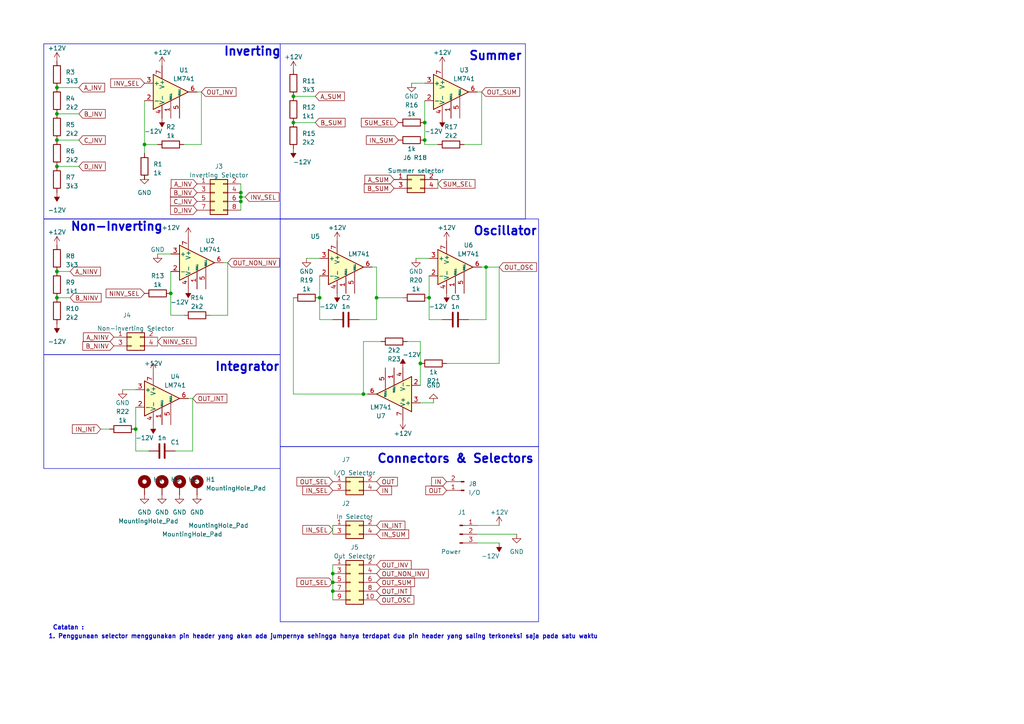
<source format=kicad_sch>
(kicad_sch (version 20230121) (generator eeschema)

  (uuid 852c0473-3171-4d62-9000-ddb265adb045)

  (paper "A4")

  (title_block
    (title "Rangkaian Penguat Op-Amp")
    (date "2023-09-20")
    (company "ITB")
    (comment 2 "Penguat Integrator, Rangkaian Osilator")
    (comment 3 "Penguat Inverting, Penguat Non-inverting, Penguat Penjumlah, ")
    (comment 4 "Rangkaian Penguat Operasional Praktikum RE")
  )

  (lib_symbols
    (symbol "Amplifier_Operational:LM741" (pin_names (offset 0.127)) (in_bom yes) (on_board yes)
      (property "Reference" "U" (at 0 6.35 0)
        (effects (font (size 1.27 1.27)) (justify left))
      )
      (property "Value" "LM741" (at 0 3.81 0)
        (effects (font (size 1.27 1.27)) (justify left))
      )
      (property "Footprint" "" (at 1.27 1.27 0)
        (effects (font (size 1.27 1.27)) hide)
      )
      (property "Datasheet" "http://www.ti.com/lit/ds/symlink/lm741.pdf" (at 3.81 3.81 0)
        (effects (font (size 1.27 1.27)) hide)
      )
      (property "ki_keywords" "single opamp" (at 0 0 0)
        (effects (font (size 1.27 1.27)) hide)
      )
      (property "ki_description" "Operational Amplifier, DIP-8/TO-99-8" (at 0 0 0)
        (effects (font (size 1.27 1.27)) hide)
      )
      (property "ki_fp_filters" "SOIC*3.9x4.9mm*P1.27mm* DIP*W7.62mm* TSSOP*3x3mm*P0.65mm*" (at 0 0 0)
        (effects (font (size 1.27 1.27)) hide)
      )
      (symbol "LM741_0_1"
        (polyline
          (pts
            (xy -5.08 5.08)
            (xy 5.08 0)
            (xy -5.08 -5.08)
            (xy -5.08 5.08)
          )
          (stroke (width 0.254) (type default))
          (fill (type background))
        )
      )
      (symbol "LM741_1_1"
        (pin input line (at 0 -7.62 90) (length 5.08)
          (name "NULL" (effects (font (size 0.508 0.508))))
          (number "1" (effects (font (size 1.27 1.27))))
        )
        (pin input line (at -7.62 -2.54 0) (length 2.54)
          (name "-" (effects (font (size 1.27 1.27))))
          (number "2" (effects (font (size 1.27 1.27))))
        )
        (pin input line (at -7.62 2.54 0) (length 2.54)
          (name "+" (effects (font (size 1.27 1.27))))
          (number "3" (effects (font (size 1.27 1.27))))
        )
        (pin power_in line (at -2.54 -7.62 90) (length 3.81)
          (name "V-" (effects (font (size 1.27 1.27))))
          (number "4" (effects (font (size 1.27 1.27))))
        )
        (pin input line (at 2.54 -7.62 90) (length 6.35)
          (name "NULL" (effects (font (size 0.508 0.508))))
          (number "5" (effects (font (size 1.27 1.27))))
        )
        (pin output line (at 7.62 0 180) (length 2.54)
          (name "~" (effects (font (size 1.27 1.27))))
          (number "6" (effects (font (size 1.27 1.27))))
        )
        (pin power_in line (at -2.54 7.62 270) (length 3.81)
          (name "V+" (effects (font (size 1.27 1.27))))
          (number "7" (effects (font (size 1.27 1.27))))
        )
        (pin no_connect line (at 0 2.54 270) (length 2.54) hide
          (name "NC" (effects (font (size 1.27 1.27))))
          (number "8" (effects (font (size 1.27 1.27))))
        )
      )
    )
    (symbol "Connector:Conn_01x02_Pin" (pin_names (offset 1.016) hide) (in_bom yes) (on_board yes)
      (property "Reference" "J" (at 0 2.54 0)
        (effects (font (size 1.27 1.27)))
      )
      (property "Value" "Conn_01x02_Pin" (at 0 -5.08 0)
        (effects (font (size 1.27 1.27)))
      )
      (property "Footprint" "" (at 0 0 0)
        (effects (font (size 1.27 1.27)) hide)
      )
      (property "Datasheet" "~" (at 0 0 0)
        (effects (font (size 1.27 1.27)) hide)
      )
      (property "ki_locked" "" (at 0 0 0)
        (effects (font (size 1.27 1.27)))
      )
      (property "ki_keywords" "connector" (at 0 0 0)
        (effects (font (size 1.27 1.27)) hide)
      )
      (property "ki_description" "Generic connector, single row, 01x02, script generated" (at 0 0 0)
        (effects (font (size 1.27 1.27)) hide)
      )
      (property "ki_fp_filters" "Connector*:*_1x??_*" (at 0 0 0)
        (effects (font (size 1.27 1.27)) hide)
      )
      (symbol "Conn_01x02_Pin_1_1"
        (polyline
          (pts
            (xy 1.27 -2.54)
            (xy 0.8636 -2.54)
          )
          (stroke (width 0.1524) (type default))
          (fill (type none))
        )
        (polyline
          (pts
            (xy 1.27 0)
            (xy 0.8636 0)
          )
          (stroke (width 0.1524) (type default))
          (fill (type none))
        )
        (rectangle (start 0.8636 -2.413) (end 0 -2.667)
          (stroke (width 0.1524) (type default))
          (fill (type outline))
        )
        (rectangle (start 0.8636 0.127) (end 0 -0.127)
          (stroke (width 0.1524) (type default))
          (fill (type outline))
        )
        (pin passive line (at 5.08 0 180) (length 3.81)
          (name "Pin_1" (effects (font (size 1.27 1.27))))
          (number "1" (effects (font (size 1.27 1.27))))
        )
        (pin passive line (at 5.08 -2.54 180) (length 3.81)
          (name "Pin_2" (effects (font (size 1.27 1.27))))
          (number "2" (effects (font (size 1.27 1.27))))
        )
      )
    )
    (symbol "Connector:Conn_01x03_Pin" (pin_names (offset 1.016) hide) (in_bom yes) (on_board yes)
      (property "Reference" "J" (at 0 5.08 0)
        (effects (font (size 1.27 1.27)))
      )
      (property "Value" "Conn_01x03_Pin" (at 0 -5.08 0)
        (effects (font (size 1.27 1.27)))
      )
      (property "Footprint" "" (at 0 0 0)
        (effects (font (size 1.27 1.27)) hide)
      )
      (property "Datasheet" "~" (at 0 0 0)
        (effects (font (size 1.27 1.27)) hide)
      )
      (property "ki_locked" "" (at 0 0 0)
        (effects (font (size 1.27 1.27)))
      )
      (property "ki_keywords" "connector" (at 0 0 0)
        (effects (font (size 1.27 1.27)) hide)
      )
      (property "ki_description" "Generic connector, single row, 01x03, script generated" (at 0 0 0)
        (effects (font (size 1.27 1.27)) hide)
      )
      (property "ki_fp_filters" "Connector*:*_1x??_*" (at 0 0 0)
        (effects (font (size 1.27 1.27)) hide)
      )
      (symbol "Conn_01x03_Pin_1_1"
        (polyline
          (pts
            (xy 1.27 -2.54)
            (xy 0.8636 -2.54)
          )
          (stroke (width 0.1524) (type default))
          (fill (type none))
        )
        (polyline
          (pts
            (xy 1.27 0)
            (xy 0.8636 0)
          )
          (stroke (width 0.1524) (type default))
          (fill (type none))
        )
        (polyline
          (pts
            (xy 1.27 2.54)
            (xy 0.8636 2.54)
          )
          (stroke (width 0.1524) (type default))
          (fill (type none))
        )
        (rectangle (start 0.8636 -2.413) (end 0 -2.667)
          (stroke (width 0.1524) (type default))
          (fill (type outline))
        )
        (rectangle (start 0.8636 0.127) (end 0 -0.127)
          (stroke (width 0.1524) (type default))
          (fill (type outline))
        )
        (rectangle (start 0.8636 2.667) (end 0 2.413)
          (stroke (width 0.1524) (type default))
          (fill (type outline))
        )
        (pin passive line (at 5.08 2.54 180) (length 3.81)
          (name "Pin_1" (effects (font (size 1.27 1.27))))
          (number "1" (effects (font (size 1.27 1.27))))
        )
        (pin passive line (at 5.08 0 180) (length 3.81)
          (name "Pin_2" (effects (font (size 1.27 1.27))))
          (number "2" (effects (font (size 1.27 1.27))))
        )
        (pin passive line (at 5.08 -2.54 180) (length 3.81)
          (name "Pin_3" (effects (font (size 1.27 1.27))))
          (number "3" (effects (font (size 1.27 1.27))))
        )
      )
    )
    (symbol "Connector_Generic:Conn_02x02_Odd_Even" (pin_names (offset 1.016) hide) (in_bom yes) (on_board yes)
      (property "Reference" "J" (at 1.27 2.54 0)
        (effects (font (size 1.27 1.27)))
      )
      (property "Value" "Conn_02x02_Odd_Even" (at 1.27 -5.08 0)
        (effects (font (size 1.27 1.27)))
      )
      (property "Footprint" "" (at 0 0 0)
        (effects (font (size 1.27 1.27)) hide)
      )
      (property "Datasheet" "~" (at 0 0 0)
        (effects (font (size 1.27 1.27)) hide)
      )
      (property "ki_keywords" "connector" (at 0 0 0)
        (effects (font (size 1.27 1.27)) hide)
      )
      (property "ki_description" "Generic connector, double row, 02x02, odd/even pin numbering scheme (row 1 odd numbers, row 2 even numbers), script generated (kicad-library-utils/schlib/autogen/connector/)" (at 0 0 0)
        (effects (font (size 1.27 1.27)) hide)
      )
      (property "ki_fp_filters" "Connector*:*_2x??_*" (at 0 0 0)
        (effects (font (size 1.27 1.27)) hide)
      )
      (symbol "Conn_02x02_Odd_Even_1_1"
        (rectangle (start -1.27 -2.413) (end 0 -2.667)
          (stroke (width 0.1524) (type default))
          (fill (type none))
        )
        (rectangle (start -1.27 0.127) (end 0 -0.127)
          (stroke (width 0.1524) (type default))
          (fill (type none))
        )
        (rectangle (start -1.27 1.27) (end 3.81 -3.81)
          (stroke (width 0.254) (type default))
          (fill (type background))
        )
        (rectangle (start 3.81 -2.413) (end 2.54 -2.667)
          (stroke (width 0.1524) (type default))
          (fill (type none))
        )
        (rectangle (start 3.81 0.127) (end 2.54 -0.127)
          (stroke (width 0.1524) (type default))
          (fill (type none))
        )
        (pin passive line (at -5.08 0 0) (length 3.81)
          (name "Pin_1" (effects (font (size 1.27 1.27))))
          (number "1" (effects (font (size 1.27 1.27))))
        )
        (pin passive line (at 7.62 0 180) (length 3.81)
          (name "Pin_2" (effects (font (size 1.27 1.27))))
          (number "2" (effects (font (size 1.27 1.27))))
        )
        (pin passive line (at -5.08 -2.54 0) (length 3.81)
          (name "Pin_3" (effects (font (size 1.27 1.27))))
          (number "3" (effects (font (size 1.27 1.27))))
        )
        (pin passive line (at 7.62 -2.54 180) (length 3.81)
          (name "Pin_4" (effects (font (size 1.27 1.27))))
          (number "4" (effects (font (size 1.27 1.27))))
        )
      )
    )
    (symbol "Connector_Generic:Conn_02x04_Odd_Even" (pin_names (offset 1.016) hide) (in_bom yes) (on_board yes)
      (property "Reference" "J" (at 1.27 5.08 0)
        (effects (font (size 1.27 1.27)))
      )
      (property "Value" "Conn_02x04_Odd_Even" (at 1.27 -7.62 0)
        (effects (font (size 1.27 1.27)))
      )
      (property "Footprint" "" (at 0 0 0)
        (effects (font (size 1.27 1.27)) hide)
      )
      (property "Datasheet" "~" (at 0 0 0)
        (effects (font (size 1.27 1.27)) hide)
      )
      (property "ki_keywords" "connector" (at 0 0 0)
        (effects (font (size 1.27 1.27)) hide)
      )
      (property "ki_description" "Generic connector, double row, 02x04, odd/even pin numbering scheme (row 1 odd numbers, row 2 even numbers), script generated (kicad-library-utils/schlib/autogen/connector/)" (at 0 0 0)
        (effects (font (size 1.27 1.27)) hide)
      )
      (property "ki_fp_filters" "Connector*:*_2x??_*" (at 0 0 0)
        (effects (font (size 1.27 1.27)) hide)
      )
      (symbol "Conn_02x04_Odd_Even_1_1"
        (rectangle (start -1.27 -4.953) (end 0 -5.207)
          (stroke (width 0.1524) (type default))
          (fill (type none))
        )
        (rectangle (start -1.27 -2.413) (end 0 -2.667)
          (stroke (width 0.1524) (type default))
          (fill (type none))
        )
        (rectangle (start -1.27 0.127) (end 0 -0.127)
          (stroke (width 0.1524) (type default))
          (fill (type none))
        )
        (rectangle (start -1.27 2.667) (end 0 2.413)
          (stroke (width 0.1524) (type default))
          (fill (type none))
        )
        (rectangle (start -1.27 3.81) (end 3.81 -6.35)
          (stroke (width 0.254) (type default))
          (fill (type background))
        )
        (rectangle (start 3.81 -4.953) (end 2.54 -5.207)
          (stroke (width 0.1524) (type default))
          (fill (type none))
        )
        (rectangle (start 3.81 -2.413) (end 2.54 -2.667)
          (stroke (width 0.1524) (type default))
          (fill (type none))
        )
        (rectangle (start 3.81 0.127) (end 2.54 -0.127)
          (stroke (width 0.1524) (type default))
          (fill (type none))
        )
        (rectangle (start 3.81 2.667) (end 2.54 2.413)
          (stroke (width 0.1524) (type default))
          (fill (type none))
        )
        (pin passive line (at -5.08 2.54 0) (length 3.81)
          (name "Pin_1" (effects (font (size 1.27 1.27))))
          (number "1" (effects (font (size 1.27 1.27))))
        )
        (pin passive line (at 7.62 2.54 180) (length 3.81)
          (name "Pin_2" (effects (font (size 1.27 1.27))))
          (number "2" (effects (font (size 1.27 1.27))))
        )
        (pin passive line (at -5.08 0 0) (length 3.81)
          (name "Pin_3" (effects (font (size 1.27 1.27))))
          (number "3" (effects (font (size 1.27 1.27))))
        )
        (pin passive line (at 7.62 0 180) (length 3.81)
          (name "Pin_4" (effects (font (size 1.27 1.27))))
          (number "4" (effects (font (size 1.27 1.27))))
        )
        (pin passive line (at -5.08 -2.54 0) (length 3.81)
          (name "Pin_5" (effects (font (size 1.27 1.27))))
          (number "5" (effects (font (size 1.27 1.27))))
        )
        (pin passive line (at 7.62 -2.54 180) (length 3.81)
          (name "Pin_6" (effects (font (size 1.27 1.27))))
          (number "6" (effects (font (size 1.27 1.27))))
        )
        (pin passive line (at -5.08 -5.08 0) (length 3.81)
          (name "Pin_7" (effects (font (size 1.27 1.27))))
          (number "7" (effects (font (size 1.27 1.27))))
        )
        (pin passive line (at 7.62 -5.08 180) (length 3.81)
          (name "Pin_8" (effects (font (size 1.27 1.27))))
          (number "8" (effects (font (size 1.27 1.27))))
        )
      )
    )
    (symbol "Connector_Generic:Conn_02x05_Odd_Even" (pin_names (offset 1.016) hide) (in_bom yes) (on_board yes)
      (property "Reference" "J" (at 1.27 7.62 0)
        (effects (font (size 1.27 1.27)))
      )
      (property "Value" "Conn_02x05_Odd_Even" (at 1.27 -7.62 0)
        (effects (font (size 1.27 1.27)))
      )
      (property "Footprint" "" (at 0 0 0)
        (effects (font (size 1.27 1.27)) hide)
      )
      (property "Datasheet" "~" (at 0 0 0)
        (effects (font (size 1.27 1.27)) hide)
      )
      (property "ki_keywords" "connector" (at 0 0 0)
        (effects (font (size 1.27 1.27)) hide)
      )
      (property "ki_description" "Generic connector, double row, 02x05, odd/even pin numbering scheme (row 1 odd numbers, row 2 even numbers), script generated (kicad-library-utils/schlib/autogen/connector/)" (at 0 0 0)
        (effects (font (size 1.27 1.27)) hide)
      )
      (property "ki_fp_filters" "Connector*:*_2x??_*" (at 0 0 0)
        (effects (font (size 1.27 1.27)) hide)
      )
      (symbol "Conn_02x05_Odd_Even_1_1"
        (rectangle (start -1.27 -4.953) (end 0 -5.207)
          (stroke (width 0.1524) (type default))
          (fill (type none))
        )
        (rectangle (start -1.27 -2.413) (end 0 -2.667)
          (stroke (width 0.1524) (type default))
          (fill (type none))
        )
        (rectangle (start -1.27 0.127) (end 0 -0.127)
          (stroke (width 0.1524) (type default))
          (fill (type none))
        )
        (rectangle (start -1.27 2.667) (end 0 2.413)
          (stroke (width 0.1524) (type default))
          (fill (type none))
        )
        (rectangle (start -1.27 5.207) (end 0 4.953)
          (stroke (width 0.1524) (type default))
          (fill (type none))
        )
        (rectangle (start -1.27 6.35) (end 3.81 -6.35)
          (stroke (width 0.254) (type default))
          (fill (type background))
        )
        (rectangle (start 3.81 -4.953) (end 2.54 -5.207)
          (stroke (width 0.1524) (type default))
          (fill (type none))
        )
        (rectangle (start 3.81 -2.413) (end 2.54 -2.667)
          (stroke (width 0.1524) (type default))
          (fill (type none))
        )
        (rectangle (start 3.81 0.127) (end 2.54 -0.127)
          (stroke (width 0.1524) (type default))
          (fill (type none))
        )
        (rectangle (start 3.81 2.667) (end 2.54 2.413)
          (stroke (width 0.1524) (type default))
          (fill (type none))
        )
        (rectangle (start 3.81 5.207) (end 2.54 4.953)
          (stroke (width 0.1524) (type default))
          (fill (type none))
        )
        (pin passive line (at -5.08 5.08 0) (length 3.81)
          (name "Pin_1" (effects (font (size 1.27 1.27))))
          (number "1" (effects (font (size 1.27 1.27))))
        )
        (pin passive line (at 7.62 -5.08 180) (length 3.81)
          (name "Pin_10" (effects (font (size 1.27 1.27))))
          (number "10" (effects (font (size 1.27 1.27))))
        )
        (pin passive line (at 7.62 5.08 180) (length 3.81)
          (name "Pin_2" (effects (font (size 1.27 1.27))))
          (number "2" (effects (font (size 1.27 1.27))))
        )
        (pin passive line (at -5.08 2.54 0) (length 3.81)
          (name "Pin_3" (effects (font (size 1.27 1.27))))
          (number "3" (effects (font (size 1.27 1.27))))
        )
        (pin passive line (at 7.62 2.54 180) (length 3.81)
          (name "Pin_4" (effects (font (size 1.27 1.27))))
          (number "4" (effects (font (size 1.27 1.27))))
        )
        (pin passive line (at -5.08 0 0) (length 3.81)
          (name "Pin_5" (effects (font (size 1.27 1.27))))
          (number "5" (effects (font (size 1.27 1.27))))
        )
        (pin passive line (at 7.62 0 180) (length 3.81)
          (name "Pin_6" (effects (font (size 1.27 1.27))))
          (number "6" (effects (font (size 1.27 1.27))))
        )
        (pin passive line (at -5.08 -2.54 0) (length 3.81)
          (name "Pin_7" (effects (font (size 1.27 1.27))))
          (number "7" (effects (font (size 1.27 1.27))))
        )
        (pin passive line (at 7.62 -2.54 180) (length 3.81)
          (name "Pin_8" (effects (font (size 1.27 1.27))))
          (number "8" (effects (font (size 1.27 1.27))))
        )
        (pin passive line (at -5.08 -5.08 0) (length 3.81)
          (name "Pin_9" (effects (font (size 1.27 1.27))))
          (number "9" (effects (font (size 1.27 1.27))))
        )
      )
    )
    (symbol "Device:C" (pin_numbers hide) (pin_names (offset 0.254)) (in_bom yes) (on_board yes)
      (property "Reference" "C" (at 0.635 2.54 0)
        (effects (font (size 1.27 1.27)) (justify left))
      )
      (property "Value" "C" (at 0.635 -2.54 0)
        (effects (font (size 1.27 1.27)) (justify left))
      )
      (property "Footprint" "" (at 0.9652 -3.81 0)
        (effects (font (size 1.27 1.27)) hide)
      )
      (property "Datasheet" "~" (at 0 0 0)
        (effects (font (size 1.27 1.27)) hide)
      )
      (property "ki_keywords" "cap capacitor" (at 0 0 0)
        (effects (font (size 1.27 1.27)) hide)
      )
      (property "ki_description" "Unpolarized capacitor" (at 0 0 0)
        (effects (font (size 1.27 1.27)) hide)
      )
      (property "ki_fp_filters" "C_*" (at 0 0 0)
        (effects (font (size 1.27 1.27)) hide)
      )
      (symbol "C_0_1"
        (polyline
          (pts
            (xy -2.032 -0.762)
            (xy 2.032 -0.762)
          )
          (stroke (width 0.508) (type default))
          (fill (type none))
        )
        (polyline
          (pts
            (xy -2.032 0.762)
            (xy 2.032 0.762)
          )
          (stroke (width 0.508) (type default))
          (fill (type none))
        )
      )
      (symbol "C_1_1"
        (pin passive line (at 0 3.81 270) (length 2.794)
          (name "~" (effects (font (size 1.27 1.27))))
          (number "1" (effects (font (size 1.27 1.27))))
        )
        (pin passive line (at 0 -3.81 90) (length 2.794)
          (name "~" (effects (font (size 1.27 1.27))))
          (number "2" (effects (font (size 1.27 1.27))))
        )
      )
    )
    (symbol "Device:R" (pin_numbers hide) (pin_names (offset 0)) (in_bom yes) (on_board yes)
      (property "Reference" "R" (at 2.032 0 90)
        (effects (font (size 1.27 1.27)))
      )
      (property "Value" "R" (at 0 0 90)
        (effects (font (size 1.27 1.27)))
      )
      (property "Footprint" "" (at -1.778 0 90)
        (effects (font (size 1.27 1.27)) hide)
      )
      (property "Datasheet" "~" (at 0 0 0)
        (effects (font (size 1.27 1.27)) hide)
      )
      (property "ki_keywords" "R res resistor" (at 0 0 0)
        (effects (font (size 1.27 1.27)) hide)
      )
      (property "ki_description" "Resistor" (at 0 0 0)
        (effects (font (size 1.27 1.27)) hide)
      )
      (property "ki_fp_filters" "R_*" (at 0 0 0)
        (effects (font (size 1.27 1.27)) hide)
      )
      (symbol "R_0_1"
        (rectangle (start -1.016 -2.54) (end 1.016 2.54)
          (stroke (width 0.254) (type default))
          (fill (type none))
        )
      )
      (symbol "R_1_1"
        (pin passive line (at 0 3.81 270) (length 1.27)
          (name "~" (effects (font (size 1.27 1.27))))
          (number "1" (effects (font (size 1.27 1.27))))
        )
        (pin passive line (at 0 -3.81 90) (length 1.27)
          (name "~" (effects (font (size 1.27 1.27))))
          (number "2" (effects (font (size 1.27 1.27))))
        )
      )
    )
    (symbol "Mechanical:MountingHole_Pad" (pin_numbers hide) (pin_names (offset 1.016) hide) (in_bom yes) (on_board yes)
      (property "Reference" "H" (at 0 6.35 0)
        (effects (font (size 1.27 1.27)))
      )
      (property "Value" "MountingHole_Pad" (at 0 4.445 0)
        (effects (font (size 1.27 1.27)))
      )
      (property "Footprint" "" (at 0 0 0)
        (effects (font (size 1.27 1.27)) hide)
      )
      (property "Datasheet" "~" (at 0 0 0)
        (effects (font (size 1.27 1.27)) hide)
      )
      (property "ki_keywords" "mounting hole" (at 0 0 0)
        (effects (font (size 1.27 1.27)) hide)
      )
      (property "ki_description" "Mounting Hole with connection" (at 0 0 0)
        (effects (font (size 1.27 1.27)) hide)
      )
      (property "ki_fp_filters" "MountingHole*Pad*" (at 0 0 0)
        (effects (font (size 1.27 1.27)) hide)
      )
      (symbol "MountingHole_Pad_0_1"
        (circle (center 0 1.27) (radius 1.27)
          (stroke (width 1.27) (type default))
          (fill (type none))
        )
      )
      (symbol "MountingHole_Pad_1_1"
        (pin input line (at 0 -2.54 90) (length 2.54)
          (name "1" (effects (font (size 1.27 1.27))))
          (number "1" (effects (font (size 1.27 1.27))))
        )
      )
    )
    (symbol "power:+12V" (power) (pin_names (offset 0)) (in_bom yes) (on_board yes)
      (property "Reference" "#PWR" (at 0 -3.81 0)
        (effects (font (size 1.27 1.27)) hide)
      )
      (property "Value" "+12V" (at 0 3.556 0)
        (effects (font (size 1.27 1.27)))
      )
      (property "Footprint" "" (at 0 0 0)
        (effects (font (size 1.27 1.27)) hide)
      )
      (property "Datasheet" "" (at 0 0 0)
        (effects (font (size 1.27 1.27)) hide)
      )
      (property "ki_keywords" "global power" (at 0 0 0)
        (effects (font (size 1.27 1.27)) hide)
      )
      (property "ki_description" "Power symbol creates a global label with name \"+12V\"" (at 0 0 0)
        (effects (font (size 1.27 1.27)) hide)
      )
      (symbol "+12V_0_1"
        (polyline
          (pts
            (xy -0.762 1.27)
            (xy 0 2.54)
          )
          (stroke (width 0) (type default))
          (fill (type none))
        )
        (polyline
          (pts
            (xy 0 0)
            (xy 0 2.54)
          )
          (stroke (width 0) (type default))
          (fill (type none))
        )
        (polyline
          (pts
            (xy 0 2.54)
            (xy 0.762 1.27)
          )
          (stroke (width 0) (type default))
          (fill (type none))
        )
      )
      (symbol "+12V_1_1"
        (pin power_in line (at 0 0 90) (length 0) hide
          (name "+12V" (effects (font (size 1.27 1.27))))
          (number "1" (effects (font (size 1.27 1.27))))
        )
      )
    )
    (symbol "power:-12V" (power) (pin_names (offset 0)) (in_bom yes) (on_board yes)
      (property "Reference" "#PWR" (at 0 2.54 0)
        (effects (font (size 1.27 1.27)) hide)
      )
      (property "Value" "-12V" (at 0 3.81 0)
        (effects (font (size 1.27 1.27)))
      )
      (property "Footprint" "" (at 0 0 0)
        (effects (font (size 1.27 1.27)) hide)
      )
      (property "Datasheet" "" (at 0 0 0)
        (effects (font (size 1.27 1.27)) hide)
      )
      (property "ki_keywords" "global power" (at 0 0 0)
        (effects (font (size 1.27 1.27)) hide)
      )
      (property "ki_description" "Power symbol creates a global label with name \"-12V\"" (at 0 0 0)
        (effects (font (size 1.27 1.27)) hide)
      )
      (symbol "-12V_0_0"
        (pin power_in line (at 0 0 90) (length 0) hide
          (name "-12V" (effects (font (size 1.27 1.27))))
          (number "1" (effects (font (size 1.27 1.27))))
        )
      )
      (symbol "-12V_0_1"
        (polyline
          (pts
            (xy 0 0)
            (xy 0 1.27)
            (xy 0.762 1.27)
            (xy 0 2.54)
            (xy -0.762 1.27)
            (xy 0 1.27)
          )
          (stroke (width 0) (type default))
          (fill (type outline))
        )
      )
    )
    (symbol "power:GND" (power) (pin_names (offset 0)) (in_bom yes) (on_board yes)
      (property "Reference" "#PWR" (at 0 -6.35 0)
        (effects (font (size 1.27 1.27)) hide)
      )
      (property "Value" "GND" (at 0 -3.81 0)
        (effects (font (size 1.27 1.27)))
      )
      (property "Footprint" "" (at 0 0 0)
        (effects (font (size 1.27 1.27)) hide)
      )
      (property "Datasheet" "" (at 0 0 0)
        (effects (font (size 1.27 1.27)) hide)
      )
      (property "ki_keywords" "global power" (at 0 0 0)
        (effects (font (size 1.27 1.27)) hide)
      )
      (property "ki_description" "Power symbol creates a global label with name \"GND\" , ground" (at 0 0 0)
        (effects (font (size 1.27 1.27)) hide)
      )
      (symbol "GND_0_1"
        (polyline
          (pts
            (xy 0 0)
            (xy 0 -1.27)
            (xy 1.27 -1.27)
            (xy 0 -2.54)
            (xy -1.27 -1.27)
            (xy 0 -1.27)
          )
          (stroke (width 0) (type default))
          (fill (type none))
        )
      )
      (symbol "GND_1_1"
        (pin power_in line (at 0 0 270) (length 0) hide
          (name "GND" (effects (font (size 1.27 1.27))))
          (number "1" (effects (font (size 1.27 1.27))))
        )
      )
    )
  )

  (junction (at 123.19 35.56) (diameter 0) (color 0 0 0 0)
    (uuid 12b1e48e-8806-49d5-a532-03ff7ab62b7e)
  )
  (junction (at 39.37 124.46) (diameter 0) (color 0 0 0 0)
    (uuid 2148cfb5-b397-4573-a402-dc7ff3fd128a)
  )
  (junction (at 85.09 35.56) (diameter 0) (color 0 0 0 0)
    (uuid 2486ed42-4635-4922-9faf-8c02eb18fbb5)
  )
  (junction (at 121.92 105.41) (diameter 0) (color 0 0 0 0)
    (uuid 2d1cbe0b-d821-416c-82a2-1bf82131f483)
  )
  (junction (at 49.53 85.09) (diameter 0) (color 0 0 0 0)
    (uuid 3e90b52b-a1ec-4a6a-932c-543eed57e407)
  )
  (junction (at 123.19 40.64) (diameter 0) (color 0 0 0 0)
    (uuid 43cdc2f3-00a8-45dc-b527-6c4c956ef352)
  )
  (junction (at 69.85 55.88) (diameter 0) (color 0 0 0 0)
    (uuid 63268456-e262-491d-869f-05903c5b490e)
  )
  (junction (at 92.71 86.36) (diameter 0) (color 0 0 0 0)
    (uuid 74757d0f-41fc-45c3-a60d-41fc531f9621)
  )
  (junction (at 109.22 86.36) (diameter 0) (color 0 0 0 0)
    (uuid 84d53ff0-654d-4deb-adcf-be95142d20d0)
  )
  (junction (at 16.51 40.64) (diameter 0) (color 0 0 0 0)
    (uuid 8f13d3db-ce62-4867-ae58-6722a0de074f)
  )
  (junction (at 16.51 48.26) (diameter 0) (color 0 0 0 0)
    (uuid 944ce8dc-454d-4176-8fd6-3a738743b329)
  )
  (junction (at 16.51 86.36) (diameter 0) (color 0 0 0 0)
    (uuid 9f77634c-dd9e-4b25-a8a9-0f6b31cf6dad)
  )
  (junction (at 105.41 114.3) (diameter 0) (color 0 0 0 0)
    (uuid a64dce80-5f0e-493a-98b9-2450420cbacd)
  )
  (junction (at 69.85 57.15) (diameter 0) (color 0 0 0 0)
    (uuid a7cd160c-23de-4675-9888-1ba64780f4a8)
  )
  (junction (at 124.46 86.36) (diameter 0) (color 0 0 0 0)
    (uuid a86385f9-e6cb-44d3-9104-fa34ab96eacb)
  )
  (junction (at 140.97 77.47) (diameter 0) (color 0 0 0 0)
    (uuid ac94030a-4f13-4641-bf09-f98e8a7cfe77)
  )
  (junction (at 16.51 33.02) (diameter 0) (color 0 0 0 0)
    (uuid b2ee32d0-f7d9-435c-bd8a-8090b96eb906)
  )
  (junction (at 69.85 58.42) (diameter 0) (color 0 0 0 0)
    (uuid bb1d122d-695b-41ca-ae6b-2c248581654c)
  )
  (junction (at 41.91 41.91) (diameter 0) (color 0 0 0 0)
    (uuid bf49be8b-c13e-4d0b-91be-1703ef675bfc)
  )
  (junction (at 16.51 25.4) (diameter 0) (color 0 0 0 0)
    (uuid c3bdab0c-8d89-46e8-8aba-e83fb36565cd)
  )
  (junction (at 96.52 168.91) (diameter 0) (color 0 0 0 0)
    (uuid cfa21a48-7077-4707-a670-6a07ff5b4e9a)
  )
  (junction (at 16.51 78.74) (diameter 0) (color 0 0 0 0)
    (uuid d1ed0b9e-01cd-4d0d-b2d5-38244a69d4f0)
  )
  (junction (at 96.52 171.45) (diameter 0) (color 0 0 0 0)
    (uuid e93b3f31-5b0b-41e2-a5b2-3bd8ee19674a)
  )
  (junction (at 96.52 166.37) (diameter 0) (color 0 0 0 0)
    (uuid f3acef60-6cd0-4ee1-bedf-67ed982c9660)
  )
  (junction (at 85.09 27.94) (diameter 0) (color 0 0 0 0)
    (uuid ffda3c84-31fa-4f2d-9462-9078b5d006ad)
  )

  (wire (pts (xy 109.22 92.71) (xy 104.14 92.71))
    (stroke (width 0) (type default))
    (uuid 01d84406-003c-4ad3-acd1-2f01de0f6258)
  )
  (wire (pts (xy 92.71 80.01) (xy 92.71 86.36))
    (stroke (width 0) (type default))
    (uuid 0649ab51-65cb-4d87-a362-cf83dc263ed0)
  )
  (wire (pts (xy 49.53 91.44) (xy 53.34 91.44))
    (stroke (width 0) (type default))
    (uuid 07d16cbe-f8d6-49ed-9038-07876c143b53)
  )
  (wire (pts (xy 85.09 86.36) (xy 85.09 114.3))
    (stroke (width 0) (type default))
    (uuid 09c2b010-e1d7-40bb-88b3-3e1e6e7323bc)
  )
  (wire (pts (xy 45.72 97.79) (xy 45.72 100.33))
    (stroke (width 0) (type default))
    (uuid 0ae399da-c768-46e7-ab03-ab03953a2dbb)
  )
  (wire (pts (xy 55.88 115.57) (xy 54.61 115.57))
    (stroke (width 0) (type default))
    (uuid 114679f2-acc3-4d22-83bb-122606cbb05e)
  )
  (wire (pts (xy 22.86 33.02) (xy 16.51 33.02))
    (stroke (width 0) (type default))
    (uuid 1299f445-27ff-46af-8422-c2bae2510a80)
  )
  (wire (pts (xy 120.65 74.93) (xy 124.46 74.93))
    (stroke (width 0) (type default))
    (uuid 141209b2-0343-40dc-a685-49c847f57078)
  )
  (wire (pts (xy 35.56 113.03) (xy 39.37 113.03))
    (stroke (width 0) (type default))
    (uuid 150b455e-b2e7-47d5-b01d-ccc384a5a2f9)
  )
  (wire (pts (xy 105.41 99.06) (xy 110.49 99.06))
    (stroke (width 0) (type default))
    (uuid 272cbcb7-2724-4622-997f-6d170a2b9966)
  )
  (wire (pts (xy 58.42 41.91) (xy 53.34 41.91))
    (stroke (width 0) (type default))
    (uuid 2c0c7ea9-901b-4332-b7f8-24811982f638)
  )
  (wire (pts (xy 124.46 92.71) (xy 128.27 92.71))
    (stroke (width 0) (type default))
    (uuid 2c84be2b-eb5f-418c-a91f-4e8cd277c790)
  )
  (wire (pts (xy 149.86 154.94) (xy 138.43 154.94))
    (stroke (width 0) (type default))
    (uuid 30193f7e-c685-4219-9094-308526d33f8f)
  )
  (wire (pts (xy 20.32 86.36) (xy 16.51 86.36))
    (stroke (width 0) (type default))
    (uuid 33b05062-b5aa-40e4-ae0d-1a5c26a29a53)
  )
  (wire (pts (xy 144.78 157.48) (xy 138.43 157.48))
    (stroke (width 0) (type default))
    (uuid 34c328ee-bc62-4b26-8523-8b093a7e2c0f)
  )
  (wire (pts (xy 124.46 80.01) (xy 124.46 86.36))
    (stroke (width 0) (type default))
    (uuid 3559878b-121b-4b65-a57d-6e3f982203ba)
  )
  (wire (pts (xy 49.53 85.09) (xy 49.53 91.44))
    (stroke (width 0) (type default))
    (uuid 37da3277-0192-4850-b084-6576040f91e7)
  )
  (wire (pts (xy 66.04 91.44) (xy 60.96 91.44))
    (stroke (width 0) (type default))
    (uuid 386bf89e-ef99-41e6-be88-e568cea578a3)
  )
  (wire (pts (xy 41.91 44.45) (xy 41.91 41.91))
    (stroke (width 0) (type default))
    (uuid 39ca1a5a-c2d2-4668-9ad1-063ee5cb7ef5)
  )
  (wire (pts (xy 124.46 86.36) (xy 124.46 92.71))
    (stroke (width 0) (type default))
    (uuid 3ae2292e-8fd9-4bfe-af0a-af7e12812da8)
  )
  (wire (pts (xy 91.44 35.56) (xy 85.09 35.56))
    (stroke (width 0) (type default))
    (uuid 407f7b3b-9bab-4c9c-b4ee-564c14ee6bec)
  )
  (wire (pts (xy 144.78 152.4) (xy 138.43 152.4))
    (stroke (width 0) (type default))
    (uuid 471c9e25-ae2c-49e5-93a2-827a3734fe2d)
  )
  (wire (pts (xy 85.09 114.3) (xy 105.41 114.3))
    (stroke (width 0) (type default))
    (uuid 47e4012c-fb6a-48de-a12e-08d420381bcf)
  )
  (wire (pts (xy 69.85 57.15) (xy 69.85 58.42))
    (stroke (width 0) (type default))
    (uuid 492df601-9574-43e7-b32e-c31b7278f1ca)
  )
  (wire (pts (xy 96.52 168.91) (xy 96.52 171.45))
    (stroke (width 0) (type default))
    (uuid 4a0dc17d-ad91-46a9-befd-3023833ae30a)
  )
  (wire (pts (xy 127 52.07) (xy 127 54.61))
    (stroke (width 0) (type default))
    (uuid 4a447a29-d1e8-4a47-ab31-a04fc071c2c1)
  )
  (wire (pts (xy 69.85 53.34) (xy 69.85 55.88))
    (stroke (width 0) (type default))
    (uuid 4b62bca8-caba-4d0a-aeb7-e4e03b9630a8)
  )
  (wire (pts (xy 39.37 130.81) (xy 43.18 130.81))
    (stroke (width 0) (type default))
    (uuid 54b58743-a367-4e46-b513-81c0da67797b)
  )
  (wire (pts (xy 66.04 76.2) (xy 66.04 91.44))
    (stroke (width 0) (type default))
    (uuid 5e26c8ba-a495-45d8-bb1f-4c780c0ceeb6)
  )
  (wire (pts (xy 123.19 41.91) (xy 127 41.91))
    (stroke (width 0) (type default))
    (uuid 5f2914b5-a669-4cc0-b487-91fdaeb1898b)
  )
  (wire (pts (xy 41.91 52.07) (xy 41.91 50.8))
    (stroke (width 0) (type default))
    (uuid 5ffc8328-392f-484e-a647-77556bbf0091)
  )
  (wire (pts (xy 88.9 74.93) (xy 92.71 74.93))
    (stroke (width 0) (type default))
    (uuid 62eb5811-87fd-4d68-8f2f-3f47eaec4068)
  )
  (wire (pts (xy 121.92 105.41) (xy 121.92 99.06))
    (stroke (width 0) (type default))
    (uuid 62f7bb47-210c-4318-8e22-9f3fd2fbeec2)
  )
  (wire (pts (xy 39.37 124.46) (xy 39.37 130.81))
    (stroke (width 0) (type default))
    (uuid 65b4a4ad-fb82-462e-a12d-45357d3b629e)
  )
  (wire (pts (xy 41.91 29.21) (xy 41.91 41.91))
    (stroke (width 0) (type default))
    (uuid 65d48f60-93a2-431c-80b7-82d0cf287d9b)
  )
  (wire (pts (xy 144.78 105.41) (xy 144.78 77.47))
    (stroke (width 0) (type default))
    (uuid 678cbca2-a4e3-4147-96da-1d32d6b9a49d)
  )
  (wire (pts (xy 92.71 92.71) (xy 96.52 92.71))
    (stroke (width 0) (type default))
    (uuid 6c902bfd-0184-490c-b82d-e28fe7b852bc)
  )
  (wire (pts (xy 41.91 41.91) (xy 45.72 41.91))
    (stroke (width 0) (type default))
    (uuid 6d3bf7a9-97dd-41c1-be13-358b347cd4d9)
  )
  (wire (pts (xy 144.78 77.47) (xy 140.97 77.47))
    (stroke (width 0) (type default))
    (uuid 6d42b10c-8076-41e4-8950-d70fd3a4ef1c)
  )
  (wire (pts (xy 123.19 35.56) (xy 123.19 40.64))
    (stroke (width 0) (type default))
    (uuid 6dab2326-f7bb-4c11-8613-4037831afea8)
  )
  (wire (pts (xy 92.71 86.36) (xy 92.71 92.71))
    (stroke (width 0) (type default))
    (uuid 78513408-b360-4773-943f-ed96bba66113)
  )
  (wire (pts (xy 71.12 57.15) (xy 69.85 57.15))
    (stroke (width 0) (type default))
    (uuid 7f20399f-bab6-4144-a74b-75804c110abd)
  )
  (wire (pts (xy 109.22 77.47) (xy 109.22 86.36))
    (stroke (width 0) (type default))
    (uuid 80e7cdde-60d7-43f9-829b-4098fb8a1c2b)
  )
  (wire (pts (xy 39.37 118.11) (xy 39.37 124.46))
    (stroke (width 0) (type default))
    (uuid 8a99ff18-43f9-41f8-9e80-090d6bdcaba0)
  )
  (wire (pts (xy 69.85 55.88) (xy 69.85 57.15))
    (stroke (width 0) (type default))
    (uuid 8b747b6d-2cc6-4e84-a0b4-e4da2ad24410)
  )
  (wire (pts (xy 45.72 73.66) (xy 49.53 73.66))
    (stroke (width 0) (type default))
    (uuid 8bc75ffb-ef4f-4620-b956-2b2aecbe54b8)
  )
  (wire (pts (xy 129.54 105.41) (xy 144.78 105.41))
    (stroke (width 0) (type default))
    (uuid 8c6a809d-166f-4cd6-9dee-630404f8fdf3)
  )
  (wire (pts (xy 123.19 40.64) (xy 123.19 41.91))
    (stroke (width 0) (type default))
    (uuid 8d2dda94-79da-4ca6-8841-0d931d1bd4fd)
  )
  (wire (pts (xy 109.22 86.36) (xy 116.84 86.36))
    (stroke (width 0) (type default))
    (uuid 8f982075-05e0-4af4-8d27-34d069062304)
  )
  (wire (pts (xy 109.22 86.36) (xy 109.22 92.71))
    (stroke (width 0) (type default))
    (uuid 9943feea-de6c-471d-aafe-48b931a0f660)
  )
  (wire (pts (xy 58.42 26.67) (xy 58.42 41.91))
    (stroke (width 0) (type default))
    (uuid 9a3c67c2-9232-4f88-85f4-c600637f4f84)
  )
  (wire (pts (xy 123.19 29.21) (xy 123.19 35.56))
    (stroke (width 0) (type default))
    (uuid 9a4518f0-1499-49cc-91df-25f61461e6d4)
  )
  (wire (pts (xy 91.44 27.94) (xy 85.09 27.94))
    (stroke (width 0) (type default))
    (uuid 9c72e79d-d7cc-4e66-bcb1-900638f129c0)
  )
  (wire (pts (xy 121.92 99.06) (xy 118.11 99.06))
    (stroke (width 0) (type default))
    (uuid 9fe4825d-135f-4138-85a8-66fd0889d0d2)
  )
  (wire (pts (xy 96.52 152.4) (xy 96.52 154.94))
    (stroke (width 0) (type default))
    (uuid a7918527-ce05-4458-ae2c-499bb67385c9)
  )
  (wire (pts (xy 22.86 40.64) (xy 16.51 40.64))
    (stroke (width 0) (type default))
    (uuid a7f29d95-f0af-49cc-b9e5-78a8b6f92b84)
  )
  (wire (pts (xy 22.86 25.4) (xy 16.51 25.4))
    (stroke (width 0) (type default))
    (uuid ad9bf80e-3987-471b-89c5-25281a5905fb)
  )
  (wire (pts (xy 49.53 78.74) (xy 49.53 85.09))
    (stroke (width 0) (type default))
    (uuid c0566569-eaa3-4ce1-a8ae-558a4bbfb728)
  )
  (wire (pts (xy 66.04 76.2) (xy 64.77 76.2))
    (stroke (width 0) (type default))
    (uuid c0f61a05-6dcf-45f2-842d-5d68faa23e6a)
  )
  (wire (pts (xy 140.97 77.47) (xy 139.7 77.47))
    (stroke (width 0) (type default))
    (uuid c8fcc66f-914c-40c2-b18d-70f2ef83294d)
  )
  (wire (pts (xy 140.97 77.47) (xy 140.97 92.71))
    (stroke (width 0) (type default))
    (uuid c91b1273-7a55-4e55-9b00-ba67ecceb3fc)
  )
  (wire (pts (xy 139.7 41.91) (xy 134.62 41.91))
    (stroke (width 0) (type default))
    (uuid cb671c59-6acc-4e7d-9736-8aea23e1a82b)
  )
  (wire (pts (xy 96.52 171.45) (xy 96.52 173.99))
    (stroke (width 0) (type default))
    (uuid ce4c26b3-4a85-45ef-af17-cec5a0f099c2)
  )
  (wire (pts (xy 96.52 166.37) (xy 96.52 168.91))
    (stroke (width 0) (type default))
    (uuid cfd97f6b-5589-4900-ab1f-bdbec5305b2e)
  )
  (wire (pts (xy 20.32 78.74) (xy 16.51 78.74))
    (stroke (width 0) (type default))
    (uuid d0ad6fe9-107a-4fd3-9d20-da06ebe6da53)
  )
  (wire (pts (xy 109.22 77.47) (xy 107.95 77.47))
    (stroke (width 0) (type default))
    (uuid d7408dd1-ee34-4092-837d-f83c4a662e40)
  )
  (wire (pts (xy 105.41 114.3) (xy 106.68 114.3))
    (stroke (width 0) (type default))
    (uuid d88c8fe2-7e01-49dd-aaa4-2c8b47302804)
  )
  (wire (pts (xy 69.85 58.42) (xy 69.85 60.96))
    (stroke (width 0) (type default))
    (uuid e04b2b89-034d-448e-b818-c8e40429833d)
  )
  (wire (pts (xy 55.88 115.57) (xy 55.88 130.81))
    (stroke (width 0) (type default))
    (uuid e0f27dc9-2c82-4950-9cc2-6f0a6d64470b)
  )
  (wire (pts (xy 119.38 24.13) (xy 123.19 24.13))
    (stroke (width 0) (type default))
    (uuid e1052966-91ad-4621-ab3c-c7fe14dedf33)
  )
  (wire (pts (xy 139.7 26.67) (xy 138.43 26.67))
    (stroke (width 0) (type default))
    (uuid e14affbf-63ba-45ae-8e7a-e4978cd67dd9)
  )
  (wire (pts (xy 29.21 124.46) (xy 31.75 124.46))
    (stroke (width 0) (type default))
    (uuid e1d6e6c7-51c2-4d7f-bb06-7fd047beef7f)
  )
  (wire (pts (xy 58.42 26.67) (xy 57.15 26.67))
    (stroke (width 0) (type default))
    (uuid e6833a09-d63f-47bf-8543-c72e8dbd4e45)
  )
  (wire (pts (xy 121.92 111.76) (xy 121.92 105.41))
    (stroke (width 0) (type default))
    (uuid e90a2ec5-cbd6-4b65-b7ad-5d5e2ed5dbee)
  )
  (wire (pts (xy 96.52 163.83) (xy 96.52 166.37))
    (stroke (width 0) (type default))
    (uuid f35793a5-0417-4f84-a322-09eaa163c659)
  )
  (wire (pts (xy 125.73 116.84) (xy 121.92 116.84))
    (stroke (width 0) (type default))
    (uuid f3cf5d90-e48c-4f86-bc44-603cd9017ea1)
  )
  (wire (pts (xy 139.7 26.67) (xy 139.7 41.91))
    (stroke (width 0) (type default))
    (uuid f425d47a-e9e3-4d7d-8554-56d4b1b440ed)
  )
  (wire (pts (xy 105.41 114.3) (xy 105.41 99.06))
    (stroke (width 0) (type default))
    (uuid f8454341-bd04-40e8-8874-b816a2c91c3c)
  )
  (wire (pts (xy 55.88 130.81) (xy 50.8 130.81))
    (stroke (width 0) (type default))
    (uuid fb9bbb2f-f57e-4810-a9cf-e9cd91b0cb82)
  )
  (wire (pts (xy 140.97 92.71) (xy 135.89 92.71))
    (stroke (width 0) (type default))
    (uuid fbf40ef7-926d-49d4-806f-23e43f9a16ef)
  )
  (wire (pts (xy 22.86 48.26) (xy 16.51 48.26))
    (stroke (width 0) (type default))
    (uuid fedd805a-7135-4070-b5d8-7a0008614dc4)
  )

  (rectangle (start 12.7 12.7) (end 81.28 63.5)
    (stroke (width 0) (type default))
    (fill (type none))
    (uuid 02061b27-8cd8-4052-9dd2-36c94e07dcaa)
  )
  (rectangle (start 12.7 63.5) (end 81.28 102.87)
    (stroke (width 0) (type default))
    (fill (type none))
    (uuid 1c445f86-0db4-44d5-898b-0abda71774e0)
  )
  (rectangle (start 12.7 102.87) (end 81.28 135.89)
    (stroke (width 0) (type default))
    (fill (type none))
    (uuid 3629daa7-f2ca-487e-9fa5-16b4724384aa)
  )
  (rectangle (start 81.28 129.54) (end 156.21 180.34)
    (stroke (width 0) (type default))
    (fill (type none))
    (uuid 519468cb-774b-4917-a454-c752022291ce)
  )
  (rectangle (start 81.28 12.7) (end 152.4 63.5)
    (stroke (width 0) (type default))
    (fill (type none))
    (uuid 9f50cd23-373a-4360-898d-a4af88fcaf65)
  )
  (rectangle (start 81.28 63.5) (end 156.21 129.54)
    (stroke (width 0) (type default))
    (fill (type none))
    (uuid c0ab2491-9183-44d5-8f1e-0dbc29d1af49)
  )

  (text "Non-Inverting\n" (at 20.32 67.31 0)
    (effects (font (size 2.5 2.5) bold) (justify left bottom))
    (uuid 0ddcd5f3-47aa-45fd-be53-695dee13efb6)
  )
  (text "Summer" (at 135.89 17.78 0)
    (effects (font (size 2.5 2.5) bold) (justify left bottom))
    (uuid 46734367-8a10-48c9-b322-27bc08ba8fce)
  )
  (text "Connectors & Selectors" (at 109.22 134.62 0)
    (effects (font (size 2.5 2.5) bold) (justify left bottom))
    (uuid 4acfae7f-0de5-4566-a254-f1d9b67401cd)
  )
  (text "Catatan :" (at 15.24 182.88 0)
    (effects (font (size 1.27 1.27) (thickness 0.254) bold) (justify left bottom))
    (uuid 7f4bf790-6f08-4f18-916c-053c04b7e61a)
  )
  (text "1. Penggunaan selector menggunakan pin header yang akan ada jumpernya sehingga hanya terdapat dua pin header yang saling terkoneksi saja pada satu waktu"
    (at 13.97 185.42 0)
    (effects (font (size 1.27 1.27) bold) (justify left bottom))
    (uuid 80c3f9f8-da76-495d-91d7-f3dc70a096d3)
  )
  (text "Inverting\n" (at 64.77 16.51 0)
    (effects (font (size 2.5 2.5) bold) (justify left bottom))
    (uuid b6689edf-19c9-4c96-b06f-fb02d0fa9381)
  )
  (text "Integrator" (at 62.23 107.95 0)
    (effects (font (size 2.5 2.5) bold) (justify left bottom))
    (uuid e091bdc6-3581-4909-b078-feaba8a476e4)
  )
  (text "Oscillator\n" (at 137.16 68.58 0)
    (effects (font (size 2.5 2.5) bold) (justify left bottom))
    (uuid e39e95d1-a861-4748-bda0-53147d0bb5d7)
  )

  (global_label "B_NINV" (shape input) (at 20.32 86.36 0) (fields_autoplaced)
    (effects (font (size 1.27 1.27)) (justify left))
    (uuid 000cd24e-1055-47ee-ae0a-777519adfdb2)
    (property "Intersheetrefs" "${INTERSHEET_REFS}" (at 29.8178 86.36 0)
      (effects (font (size 1.27 1.27)) (justify left) hide)
    )
  )
  (global_label "OUT_INT" (shape input) (at 109.22 171.45 0) (fields_autoplaced)
    (effects (font (size 1.27 1.27)) (justify left))
    (uuid 0057503c-982f-40eb-95f1-2108431e1a5d)
    (property "Intersheetrefs" "${INTERSHEET_REFS}" (at 119.6249 171.45 0)
      (effects (font (size 1.27 1.27)) (justify left) hide)
    )
  )
  (global_label "SUM_SEL" (shape input) (at 127 53.34 0) (fields_autoplaced)
    (effects (font (size 1.27 1.27)) (justify left))
    (uuid 007747f5-6fc2-459f-b595-fb63041a88bb)
    (property "Intersheetrefs" "${INTERSHEET_REFS}" (at 138.2514 53.34 0)
      (effects (font (size 1.27 1.27)) (justify left) hide)
    )
  )
  (global_label "NINV_SEL" (shape input) (at 41.91 85.09 180) (fields_autoplaced)
    (effects (font (size 1.27 1.27)) (justify right))
    (uuid 01ce48c6-2d18-459c-9dba-42a9a0d2e3b0)
    (property "Intersheetrefs" "${INTERSHEET_REFS}" (at 30.2956 85.09 0)
      (effects (font (size 1.27 1.27)) (justify right) hide)
    )
  )
  (global_label "IN_SUM" (shape input) (at 115.57 40.64 180) (fields_autoplaced)
    (effects (font (size 1.27 1.27)) (justify right))
    (uuid 02b00361-0d1b-4814-8015-d930f55c3253)
    (property "Intersheetrefs" "${INTERSHEET_REFS}" (at 105.7699 40.64 0)
      (effects (font (size 1.27 1.27)) (justify right) hide)
    )
  )
  (global_label "IN_SUM" (shape input) (at 109.22 154.94 0) (fields_autoplaced)
    (effects (font (size 1.27 1.27)) (justify left))
    (uuid 078575cd-879e-4099-8c88-665e0fd8a9fe)
    (property "Intersheetrefs" "${INTERSHEET_REFS}" (at 119.0201 154.94 0)
      (effects (font (size 1.27 1.27)) (justify left) hide)
    )
  )
  (global_label "INV_SEL" (shape input) (at 71.12 57.15 0) (fields_autoplaced)
    (effects (font (size 1.27 1.27)) (justify left))
    (uuid 164fb644-393f-4e34-9bb8-ce43300429e2)
    (property "Intersheetrefs" "${INTERSHEET_REFS}" (at 81.4039 57.15 0)
      (effects (font (size 1.27 1.27)) (justify left) hide)
    )
  )
  (global_label "OUT_SEL" (shape input) (at 96.52 168.91 180) (fields_autoplaced)
    (effects (font (size 1.27 1.27)) (justify right))
    (uuid 195f6ea6-938e-497c-a31a-2817de0944e1)
    (property "Intersheetrefs" "${INTERSHEET_REFS}" (at 85.6314 168.91 0)
      (effects (font (size 1.27 1.27)) (justify right) hide)
    )
  )
  (global_label "OUT_SUM" (shape input) (at 109.22 168.91 0) (fields_autoplaced)
    (effects (font (size 1.27 1.27)) (justify left))
    (uuid 1b310e29-3ce8-4730-a0fd-d683b042a0a6)
    (property "Intersheetrefs" "${INTERSHEET_REFS}" (at 120.7134 168.91 0)
      (effects (font (size 1.27 1.27)) (justify left) hide)
    )
  )
  (global_label "A_INV" (shape input) (at 22.86 25.4 0) (fields_autoplaced)
    (effects (font (size 1.27 1.27)) (justify left))
    (uuid 1f9de049-84be-453a-8928-682719e9d01a)
    (property "Intersheetrefs" "${INTERSHEET_REFS}" (at 30.8459 25.4 0)
      (effects (font (size 1.27 1.27)) (justify left) hide)
    )
  )
  (global_label "INV_SEL" (shape input) (at 41.91 24.13 180) (fields_autoplaced)
    (effects (font (size 1.27 1.27)) (justify right))
    (uuid 25c0f085-8b6d-4005-8a15-aaa7aaa0f754)
    (property "Intersheetrefs" "${INTERSHEET_REFS}" (at 31.6261 24.13 0)
      (effects (font (size 1.27 1.27)) (justify right) hide)
    )
  )
  (global_label "B_NINV" (shape input) (at 33.02 100.33 180) (fields_autoplaced)
    (effects (font (size 1.27 1.27)) (justify right))
    (uuid 30a4938d-0ae8-4b76-8bf2-7daf4d1d9112)
    (property "Intersheetrefs" "${INTERSHEET_REFS}" (at 23.5222 100.33 0)
      (effects (font (size 1.27 1.27)) (justify right) hide)
    )
  )
  (global_label "IN_SEL" (shape input) (at 96.52 153.67 180) (fields_autoplaced)
    (effects (font (size 1.27 1.27)) (justify right))
    (uuid 30f7b4db-9366-4f91-9457-5738fe32fabc)
    (property "Intersheetrefs" "${INTERSHEET_REFS}" (at 87.3247 153.67 0)
      (effects (font (size 1.27 1.27)) (justify right) hide)
    )
  )
  (global_label "OUT_INT" (shape input) (at 55.88 115.57 0) (fields_autoplaced)
    (effects (font (size 1.27 1.27)) (justify left))
    (uuid 37a948c8-cea3-4e22-abf8-cb4cd8433ffe)
    (property "Intersheetrefs" "${INTERSHEET_REFS}" (at 66.2849 115.57 0)
      (effects (font (size 1.27 1.27)) (justify left) hide)
    )
  )
  (global_label "OUT_INV" (shape input) (at 58.42 26.67 0) (fields_autoplaced)
    (effects (font (size 1.27 1.27)) (justify left))
    (uuid 3a0e12cb-80c3-4052-92f5-25519f4e864d)
    (property "Intersheetrefs" "${INTERSHEET_REFS}" (at 68.9459 26.67 0)
      (effects (font (size 1.27 1.27)) (justify left) hide)
    )
  )
  (global_label "OUT" (shape input) (at 109.22 139.7 0) (fields_autoplaced)
    (effects (font (size 1.27 1.27)) (justify left))
    (uuid 4f34b4d6-4932-4452-8cf3-56f39f3630ae)
    (property "Intersheetrefs" "${INTERSHEET_REFS}" (at 115.7544 139.7 0)
      (effects (font (size 1.27 1.27)) (justify left) hide)
    )
  )
  (global_label "A_SUM" (shape input) (at 91.44 27.94 0) (fields_autoplaced)
    (effects (font (size 1.27 1.27)) (justify left))
    (uuid 506659b8-0929-49e5-a51c-0b1e561bf472)
    (property "Intersheetrefs" "${INTERSHEET_REFS}" (at 100.3934 27.94 0)
      (effects (font (size 1.27 1.27)) (justify left) hide)
    )
  )
  (global_label "C_INV" (shape input) (at 22.86 40.64 0) (fields_autoplaced)
    (effects (font (size 1.27 1.27)) (justify left))
    (uuid 52ef7762-d93b-43f5-bf81-d36835c0c0fc)
    (property "Intersheetrefs" "${INTERSHEET_REFS}" (at 31.0273 40.64 0)
      (effects (font (size 1.27 1.27)) (justify left) hide)
    )
  )
  (global_label "OUT_OSC" (shape input) (at 109.22 173.99 0) (fields_autoplaced)
    (effects (font (size 1.27 1.27)) (justify left))
    (uuid 568db78c-d5ee-4eb3-9f0a-5d39b3b35cd4)
    (property "Intersheetrefs" "${INTERSHEET_REFS}" (at 120.532 173.99 0)
      (effects (font (size 1.27 1.27)) (justify left) hide)
    )
  )
  (global_label "OUT_SUM" (shape input) (at 139.7 26.67 0) (fields_autoplaced)
    (effects (font (size 1.27 1.27)) (justify left))
    (uuid 57e6ede9-c4d4-4be8-afb5-87b15a43682f)
    (property "Intersheetrefs" "${INTERSHEET_REFS}" (at 151.1934 26.67 0)
      (effects (font (size 1.27 1.27)) (justify left) hide)
    )
  )
  (global_label "C_INV" (shape input) (at 57.15 58.42 180) (fields_autoplaced)
    (effects (font (size 1.27 1.27)) (justify right))
    (uuid 5cbf4697-b50d-4058-b4a0-7af86278a712)
    (property "Intersheetrefs" "${INTERSHEET_REFS}" (at 48.9827 58.42 0)
      (effects (font (size 1.27 1.27)) (justify right) hide)
    )
  )
  (global_label "OUT_SEL" (shape input) (at 96.52 139.7 180) (fields_autoplaced)
    (effects (font (size 1.27 1.27)) (justify right))
    (uuid 5e0e2dd6-709c-479f-bbe7-4a0b25fafb69)
    (property "Intersheetrefs" "${INTERSHEET_REFS}" (at 85.6314 139.7 0)
      (effects (font (size 1.27 1.27)) (justify right) hide)
    )
  )
  (global_label "OUT_OSC" (shape input) (at 144.78 77.47 0) (fields_autoplaced)
    (effects (font (size 1.27 1.27)) (justify left))
    (uuid 5ead3798-10b8-4eb7-9bc7-49bb07ae3a69)
    (property "Intersheetrefs" "${INTERSHEET_REFS}" (at 156.092 77.47 0)
      (effects (font (size 1.27 1.27)) (justify left) hide)
    )
  )
  (global_label "IN" (shape input) (at 129.54 139.7 180) (fields_autoplaced)
    (effects (font (size 1.27 1.27)) (justify right))
    (uuid 60e8091c-6f5f-439c-a489-ba4c9d4d5826)
    (property "Intersheetrefs" "${INTERSHEET_REFS}" (at 124.6989 139.7 0)
      (effects (font (size 1.27 1.27)) (justify right) hide)
    )
  )
  (global_label "OUT_INV" (shape input) (at 109.22 163.83 0) (fields_autoplaced)
    (effects (font (size 1.27 1.27)) (justify left))
    (uuid 61915ca2-bdd1-4d91-8bb5-5b10226e5b2c)
    (property "Intersheetrefs" "${INTERSHEET_REFS}" (at 119.7459 163.83 0)
      (effects (font (size 1.27 1.27)) (justify left) hide)
    )
  )
  (global_label "IN_INT" (shape input) (at 29.21 124.46 180) (fields_autoplaced)
    (effects (font (size 1.27 1.27)) (justify right))
    (uuid 6955b44c-3703-42b4-a25f-2b824ec36f11)
    (property "Intersheetrefs" "${INTERSHEET_REFS}" (at 20.4984 124.46 0)
      (effects (font (size 1.27 1.27)) (justify right) hide)
    )
  )
  (global_label "A_INV" (shape input) (at 57.15 53.34 180) (fields_autoplaced)
    (effects (font (size 1.27 1.27)) (justify right))
    (uuid 7490fc22-6cca-487f-a3b4-5cc2f14c6d5f)
    (property "Intersheetrefs" "${INTERSHEET_REFS}" (at 49.1641 53.34 0)
      (effects (font (size 1.27 1.27)) (justify right) hide)
    )
  )
  (global_label "SUM_SEL" (shape input) (at 115.57 35.56 180) (fields_autoplaced)
    (effects (font (size 1.27 1.27)) (justify right))
    (uuid 7545a52f-4ca5-4412-87bc-763fbfceb1da)
    (property "Intersheetrefs" "${INTERSHEET_REFS}" (at 104.3186 35.56 0)
      (effects (font (size 1.27 1.27)) (justify right) hide)
    )
  )
  (global_label "A_NINV" (shape input) (at 33.02 97.79 180) (fields_autoplaced)
    (effects (font (size 1.27 1.27)) (justify right))
    (uuid 8bb13392-c356-492a-a53e-9c0cfe18e214)
    (property "Intersheetrefs" "${INTERSHEET_REFS}" (at 23.7036 97.79 0)
      (effects (font (size 1.27 1.27)) (justify right) hide)
    )
  )
  (global_label "IN" (shape input) (at 109.22 142.24 0) (fields_autoplaced)
    (effects (font (size 1.27 1.27)) (justify left))
    (uuid 94c952cf-88f6-44c1-8f35-dc5798fa68c3)
    (property "Intersheetrefs" "${INTERSHEET_REFS}" (at 114.0611 142.24 0)
      (effects (font (size 1.27 1.27)) (justify left) hide)
    )
  )
  (global_label "B_SUM" (shape input) (at 114.3 54.61 180) (fields_autoplaced)
    (effects (font (size 1.27 1.27)) (justify right))
    (uuid 9ca06956-da86-486a-bffd-e3d5003574fb)
    (property "Intersheetrefs" "${INTERSHEET_REFS}" (at 105.1652 54.61 0)
      (effects (font (size 1.27 1.27)) (justify right) hide)
    )
  )
  (global_label "OUT" (shape input) (at 129.54 142.24 180) (fields_autoplaced)
    (effects (font (size 1.27 1.27)) (justify right))
    (uuid 9cb43afc-a47e-4f52-b2a5-b2189fd799a7)
    (property "Intersheetrefs" "${INTERSHEET_REFS}" (at 123.0056 142.24 0)
      (effects (font (size 1.27 1.27)) (justify right) hide)
    )
  )
  (global_label "A_SUM" (shape input) (at 114.3 52.07 180) (fields_autoplaced)
    (effects (font (size 1.27 1.27)) (justify right))
    (uuid a26bbb21-6c23-405a-a891-362a50e99bfe)
    (property "Intersheetrefs" "${INTERSHEET_REFS}" (at 105.3466 52.07 0)
      (effects (font (size 1.27 1.27)) (justify right) hide)
    )
  )
  (global_label "B_INV" (shape input) (at 22.86 33.02 0) (fields_autoplaced)
    (effects (font (size 1.27 1.27)) (justify left))
    (uuid ac4b5ef2-9bcf-4da6-8965-7b1f128c5b29)
    (property "Intersheetrefs" "${INTERSHEET_REFS}" (at 31.0273 33.02 0)
      (effects (font (size 1.27 1.27)) (justify left) hide)
    )
  )
  (global_label "D_INV" (shape input) (at 22.86 48.26 0) (fields_autoplaced)
    (effects (font (size 1.27 1.27)) (justify left))
    (uuid ae7b5417-244b-4b20-921f-20146be8e255)
    (property "Intersheetrefs" "${INTERSHEET_REFS}" (at 31.0273 48.26 0)
      (effects (font (size 1.27 1.27)) (justify left) hide)
    )
  )
  (global_label "B_INV" (shape input) (at 57.15 55.88 180) (fields_autoplaced)
    (effects (font (size 1.27 1.27)) (justify right))
    (uuid b2bbdbd9-16e6-4b00-ad67-175770a47cd5)
    (property "Intersheetrefs" "${INTERSHEET_REFS}" (at 48.9827 55.88 0)
      (effects (font (size 1.27 1.27)) (justify right) hide)
    )
  )
  (global_label "IN_SEL" (shape input) (at 96.52 142.24 180) (fields_autoplaced)
    (effects (font (size 1.27 1.27)) (justify right))
    (uuid bb0d3b0f-bf8d-41d6-a120-a0c520d1c985)
    (property "Intersheetrefs" "${INTERSHEET_REFS}" (at 87.3247 142.24 0)
      (effects (font (size 1.27 1.27)) (justify right) hide)
    )
  )
  (global_label "OUT_NON_INV" (shape input) (at 66.04 76.2 0) (fields_autoplaced)
    (effects (font (size 1.27 1.27)) (justify left))
    (uuid bc6c7459-46bf-4304-8ce4-5ca7cc900afc)
    (property "Intersheetrefs" "${INTERSHEET_REFS}" (at 81.525 76.2 0)
      (effects (font (size 1.27 1.27)) (justify left) hide)
    )
  )
  (global_label "IN_INT" (shape input) (at 109.22 152.4 0) (fields_autoplaced)
    (effects (font (size 1.27 1.27)) (justify left))
    (uuid c58949ad-7e79-4476-b9a4-362f19df98b5)
    (property "Intersheetrefs" "${INTERSHEET_REFS}" (at 117.9316 152.4 0)
      (effects (font (size 1.27 1.27)) (justify left) hide)
    )
  )
  (global_label "B_SUM" (shape input) (at 91.44 35.56 0) (fields_autoplaced)
    (effects (font (size 1.27 1.27)) (justify left))
    (uuid cc5fd487-010f-43d1-ba7e-3dc2ee15d0c4)
    (property "Intersheetrefs" "${INTERSHEET_REFS}" (at 100.5748 35.56 0)
      (effects (font (size 1.27 1.27)) (justify left) hide)
    )
  )
  (global_label "A_NINV" (shape input) (at 20.32 78.74 0) (fields_autoplaced)
    (effects (font (size 1.27 1.27)) (justify left))
    (uuid cdd310c3-0c26-4cf4-ae92-ac2cfd94a81b)
    (property "Intersheetrefs" "${INTERSHEET_REFS}" (at 29.6364 78.74 0)
      (effects (font (size 1.27 1.27)) (justify left) hide)
    )
  )
  (global_label "D_INV" (shape input) (at 57.15 60.96 180) (fields_autoplaced)
    (effects (font (size 1.27 1.27)) (justify right))
    (uuid d05400db-b73e-437e-a5b9-3d961208224b)
    (property "Intersheetrefs" "${INTERSHEET_REFS}" (at 48.9827 60.96 0)
      (effects (font (size 1.27 1.27)) (justify right) hide)
    )
  )
  (global_label "OUT_NON_INV" (shape input) (at 109.22 166.37 0) (fields_autoplaced)
    (effects (font (size 1.27 1.27)) (justify left))
    (uuid ea96fd0f-61e7-4a59-808b-8701f7802e6a)
    (property "Intersheetrefs" "${INTERSHEET_REFS}" (at 124.705 166.37 0)
      (effects (font (size 1.27 1.27)) (justify left) hide)
    )
  )
  (global_label "NINV_SEL" (shape input) (at 45.72 99.06 0) (fields_autoplaced)
    (effects (font (size 1.27 1.27)) (justify left))
    (uuid ec0aa31d-194a-42fe-9443-ebc60796d168)
    (property "Intersheetrefs" "${INTERSHEET_REFS}" (at 57.3344 99.06 0)
      (effects (font (size 1.27 1.27)) (justify left) hide)
    )
  )

  (symbol (lib_id "Amplifier_Operational:LM741") (at 49.53 26.67 0) (unit 1)
    (in_bom yes) (on_board yes) (dnp no)
    (uuid 0319fe19-c06b-43e6-a83a-014df768b1e2)
    (property "Reference" "U1" (at 53.34 20.32 0)
      (effects (font (size 1.27 1.27)))
    )
    (property "Value" "LM741" (at 53.34 22.86 0)
      (effects (font (size 1.27 1.27)))
    )
    (property "Footprint" "Package_DIP:Fairchild_LSOP-8" (at 50.8 25.4 0)
      (effects (font (size 1.27 1.27)) hide)
    )
    (property "Datasheet" "http://www.ti.com/lit/ds/symlink/lm741.pdf" (at 53.34 22.86 0)
      (effects (font (size 1.27 1.27)) hide)
    )
    (pin "1" (uuid 86a8c457-6384-483a-96ad-d207fa6c2799))
    (pin "2" (uuid 80c3b856-3d96-4640-beb8-bff999f2575b))
    (pin "3" (uuid faf8f93b-fffa-41c4-8f7e-ff4e662a6b4f))
    (pin "4" (uuid e733358c-0121-4583-be86-5cf492312da8))
    (pin "5" (uuid 10c52d1f-98a0-44eb-9801-61b7781f41da))
    (pin "6" (uuid 6d081a9a-3d94-4d31-9ee2-accca410aa27))
    (pin "7" (uuid bb328f60-ec7f-44fe-8218-76a791834d8c))
    (pin "8" (uuid cc4c007c-8f61-4a28-8138-25764a73d3fd))
    (instances
      (project "RangkaianOpAmp"
        (path "/852c0473-3171-4d62-9000-ddb265adb045"
          (reference "U1") (unit 1)
        )
      )
    )
  )

  (symbol (lib_id "power:-12V") (at 54.61 83.82 180) (unit 1)
    (in_bom yes) (on_board yes) (dnp no)
    (uuid 033eb212-c5aa-4e49-83fc-8714973406d7)
    (property "Reference" "#PWR010" (at 54.61 86.36 0)
      (effects (font (size 1.27 1.27)) hide)
    )
    (property "Value" "-12V" (at 52.07 87.63 0)
      (effects (font (size 1.27 1.27)))
    )
    (property "Footprint" "" (at 54.61 83.82 0)
      (effects (font (size 1.27 1.27)) hide)
    )
    (property "Datasheet" "" (at 54.61 83.82 0)
      (effects (font (size 1.27 1.27)) hide)
    )
    (pin "1" (uuid 710b2873-af83-4fc9-9778-7e4d3f01e1ba))
    (instances
      (project "RangkaianOpAmp"
        (path "/852c0473-3171-4d62-9000-ddb265adb045"
          (reference "#PWR010") (unit 1)
        )
      )
    )
  )

  (symbol (lib_id "power:-12V") (at 129.54 85.09 180) (unit 1)
    (in_bom yes) (on_board yes) (dnp no)
    (uuid 0595341a-84c0-41c3-9356-484d1c886997)
    (property "Reference" "#PWR024" (at 129.54 87.63 0)
      (effects (font (size 1.27 1.27)) hide)
    )
    (property "Value" "-12V" (at 127 88.9 0)
      (effects (font (size 1.27 1.27)))
    )
    (property "Footprint" "" (at 129.54 85.09 0)
      (effects (font (size 1.27 1.27)) hide)
    )
    (property "Datasheet" "" (at 129.54 85.09 0)
      (effects (font (size 1.27 1.27)) hide)
    )
    (pin "1" (uuid 6d4dd080-cc11-4c0f-abb8-49ec8010b651))
    (instances
      (project "RangkaianOpAmp"
        (path "/852c0473-3171-4d62-9000-ddb265adb045"
          (reference "#PWR024") (unit 1)
        )
      )
    )
  )

  (symbol (lib_id "Device:R") (at 41.91 48.26 0) (unit 1)
    (in_bom yes) (on_board yes) (dnp no) (fields_autoplaced)
    (uuid 0706f38f-4444-41d8-9980-a59a9d3e7a83)
    (property "Reference" "R1" (at 44.45 47.625 0)
      (effects (font (size 1.27 1.27)) (justify left))
    )
    (property "Value" "1k" (at 44.45 50.165 0)
      (effects (font (size 1.27 1.27)) (justify left))
    )
    (property "Footprint" "Resistor_SMD:R_0805_2012Metric" (at 40.132 48.26 90)
      (effects (font (size 1.27 1.27)) hide)
    )
    (property "Datasheet" "~" (at 41.91 48.26 0)
      (effects (font (size 1.27 1.27)) hide)
    )
    (pin "1" (uuid f221b13a-d7f7-41eb-bfb3-aebf183cc2a4))
    (pin "2" (uuid a16c3414-b555-40e6-b70e-2bffc004d04f))
    (instances
      (project "RangkaianOpAmp"
        (path "/852c0473-3171-4d62-9000-ddb265adb045"
          (reference "R1") (unit 1)
        )
      )
    )
  )

  (symbol (lib_id "power:+12V") (at 16.51 71.12 0) (unit 1)
    (in_bom yes) (on_board yes) (dnp no) (fields_autoplaced)
    (uuid 08f794b6-bdf9-413d-9fb1-ad129ea13b5d)
    (property "Reference" "#PWR06" (at 16.51 74.93 0)
      (effects (font (size 1.27 1.27)) hide)
    )
    (property "Value" "+12V" (at 16.51 67.31 0)
      (effects (font (size 1.27 1.27)))
    )
    (property "Footprint" "" (at 16.51 71.12 0)
      (effects (font (size 1.27 1.27)) hide)
    )
    (property "Datasheet" "" (at 16.51 71.12 0)
      (effects (font (size 1.27 1.27)) hide)
    )
    (pin "1" (uuid c05d70b3-6306-4e30-9c11-2c0cca3f5f43))
    (instances
      (project "RangkaianOpAmp"
        (path "/852c0473-3171-4d62-9000-ddb265adb045"
          (reference "#PWR06") (unit 1)
        )
      )
    )
  )

  (symbol (lib_id "power:GND") (at 52.07 143.51 0) (unit 1)
    (in_bom yes) (on_board yes) (dnp no) (fields_autoplaced)
    (uuid 0b3a98a4-fea6-4e6f-bb82-3ae970572311)
    (property "Reference" "#PWR032" (at 52.07 149.86 0)
      (effects (font (size 1.27 1.27)) hide)
    )
    (property "Value" "GND" (at 52.07 148.59 0)
      (effects (font (size 1.27 1.27)))
    )
    (property "Footprint" "" (at 52.07 143.51 0)
      (effects (font (size 1.27 1.27)) hide)
    )
    (property "Datasheet" "" (at 52.07 143.51 0)
      (effects (font (size 1.27 1.27)) hide)
    )
    (pin "1" (uuid 729d3fb6-ed62-4864-94cb-5059bcee8530))
    (instances
      (project "RangkaianOpAmp"
        (path "/852c0473-3171-4d62-9000-ddb265adb045"
          (reference "#PWR032") (unit 1)
        )
      )
    )
  )

  (symbol (lib_id "power:GND") (at 46.99 143.51 0) (unit 1)
    (in_bom yes) (on_board yes) (dnp no) (fields_autoplaced)
    (uuid 10086e2a-df85-42f8-8d49-af3af3d4256e)
    (property "Reference" "#PWR033" (at 46.99 149.86 0)
      (effects (font (size 1.27 1.27)) hide)
    )
    (property "Value" "GND" (at 46.99 148.59 0)
      (effects (font (size 1.27 1.27)))
    )
    (property "Footprint" "" (at 46.99 143.51 0)
      (effects (font (size 1.27 1.27)) hide)
    )
    (property "Datasheet" "" (at 46.99 143.51 0)
      (effects (font (size 1.27 1.27)) hide)
    )
    (pin "1" (uuid 05d01e58-cb65-4032-bef6-b57e2c9c174a))
    (instances
      (project "RangkaianOpAmp"
        (path "/852c0473-3171-4d62-9000-ddb265adb045"
          (reference "#PWR033") (unit 1)
        )
      )
    )
  )

  (symbol (lib_id "Amplifier_Operational:LM741") (at 132.08 77.47 0) (unit 1)
    (in_bom yes) (on_board yes) (dnp no)
    (uuid 129fa68e-12de-46bb-93b0-9478be516220)
    (property "Reference" "U6" (at 135.89 71.12 0)
      (effects (font (size 1.27 1.27)))
    )
    (property "Value" "LM741" (at 135.89 73.66 0)
      (effects (font (size 1.27 1.27)))
    )
    (property "Footprint" "Package_DIP:Fairchild_LSOP-8" (at 133.35 76.2 0)
      (effects (font (size 1.27 1.27)) hide)
    )
    (property "Datasheet" "http://www.ti.com/lit/ds/symlink/lm741.pdf" (at 135.89 73.66 0)
      (effects (font (size 1.27 1.27)) hide)
    )
    (pin "1" (uuid ea4acacc-88e5-40e6-9506-35579230c96f))
    (pin "2" (uuid 85ad98ac-7303-4f9b-b2d1-f42493e1e9b9))
    (pin "3" (uuid 2f04a55e-16a8-4519-ace9-e7f040b19cbb))
    (pin "4" (uuid 2ba58762-88a7-4643-b4c4-152846d7f4a4))
    (pin "5" (uuid d878cb90-d1dc-423b-bf02-63ea5c14cc99))
    (pin "6" (uuid 693660e0-b3a1-485a-8ab5-0a90b7cbe162))
    (pin "7" (uuid 22bb293c-e099-486c-bfc9-8630df82f4b9))
    (pin "8" (uuid 0c5e320e-6464-4a5b-9fbc-27dbc938566f))
    (instances
      (project "RangkaianOpAmp"
        (path "/852c0473-3171-4d62-9000-ddb265adb045"
          (reference "U6") (unit 1)
        )
      )
    )
  )

  (symbol (lib_id "Device:R") (at 85.09 24.13 180) (unit 1)
    (in_bom yes) (on_board yes) (dnp no) (fields_autoplaced)
    (uuid 132ba50d-402e-451e-827f-101b9cc5b8af)
    (property "Reference" "R11" (at 87.63 23.495 0)
      (effects (font (size 1.27 1.27)) (justify right))
    )
    (property "Value" "3k3" (at 87.63 26.035 0)
      (effects (font (size 1.27 1.27)) (justify right))
    )
    (property "Footprint" "Resistor_SMD:R_0805_2012Metric" (at 86.868 24.13 90)
      (effects (font (size 1.27 1.27)) hide)
    )
    (property "Datasheet" "~" (at 85.09 24.13 0)
      (effects (font (size 1.27 1.27)) hide)
    )
    (pin "1" (uuid 08fd081d-f524-4a39-9b55-bc5515e47c3a))
    (pin "2" (uuid bf178dd4-e0d0-4405-abe1-7bfa5c485f88))
    (instances
      (project "RangkaianOpAmp"
        (path "/852c0473-3171-4d62-9000-ddb265adb045"
          (reference "R11") (unit 1)
        )
      )
    )
  )

  (symbol (lib_id "Mechanical:MountingHole_Pad") (at 57.15 140.97 0) (unit 1)
    (in_bom yes) (on_board yes) (dnp no) (fields_autoplaced)
    (uuid 19a9830b-1d0d-4edf-98f0-c69846707056)
    (property "Reference" "H1" (at 59.69 139.065 0)
      (effects (font (size 1.27 1.27)) (justify left))
    )
    (property "Value" "MountingHole_Pad" (at 59.69 141.605 0)
      (effects (font (size 1.27 1.27)) (justify left))
    )
    (property "Footprint" "MountingHole:MountingHole_3.2mm_M3_DIN965_Pad" (at 57.15 140.97 0)
      (effects (font (size 1.27 1.27)) hide)
    )
    (property "Datasheet" "~" (at 57.15 140.97 0)
      (effects (font (size 1.27 1.27)) hide)
    )
    (pin "1" (uuid 492223dc-351c-4060-845f-cd760da7ff41))
    (instances
      (project "RangkaianOpAmp"
        (path "/852c0473-3171-4d62-9000-ddb265adb045"
          (reference "H1") (unit 1)
        )
      )
    )
  )

  (symbol (lib_id "Connector_Generic:Conn_02x05_Odd_Even") (at 101.6 168.91 0) (unit 1)
    (in_bom yes) (on_board yes) (dnp no) (fields_autoplaced)
    (uuid 1c24a944-042b-402a-8e21-4a2991ff085f)
    (property "Reference" "J5" (at 102.87 158.75 0)
      (effects (font (size 1.27 1.27)))
    )
    (property "Value" "Out Selector" (at 102.87 161.29 0)
      (effects (font (size 1.27 1.27)))
    )
    (property "Footprint" "Connector_PinHeader_2.54mm:PinHeader_2x05_P2.54mm_Vertical" (at 101.6 168.91 0)
      (effects (font (size 1.27 1.27)) hide)
    )
    (property "Datasheet" "~" (at 101.6 168.91 0)
      (effects (font (size 1.27 1.27)) hide)
    )
    (pin "1" (uuid 0d03e4b8-783a-428b-ab0f-a7b99d54ae95))
    (pin "10" (uuid 34b4e386-3174-4ec6-9de2-26bff0c7e569))
    (pin "2" (uuid a503e884-150d-48dc-8d50-3658822d067a))
    (pin "3" (uuid babb938e-a875-4de2-ba1d-122a88620ad7))
    (pin "4" (uuid 8ef42956-b20e-4f9e-a7b0-8a753dbb5881))
    (pin "5" (uuid 4922ce19-e7b7-4008-814e-c61200ae234a))
    (pin "6" (uuid 0e50a75a-b1f2-4961-9b79-bea608467891))
    (pin "7" (uuid 6ba0ff9b-4bef-41f9-a5bc-21cb99961d01))
    (pin "8" (uuid d7b7a110-c0ab-40fb-aa30-be3f1d5d475f))
    (pin "9" (uuid 06de6324-c8de-4402-94d8-fdf7bdb43dde))
    (instances
      (project "RangkaianOpAmp"
        (path "/852c0473-3171-4d62-9000-ddb265adb045"
          (reference "J5") (unit 1)
        )
      )
    )
  )

  (symbol (lib_id "Device:C") (at 46.99 130.81 90) (unit 1)
    (in_bom yes) (on_board yes) (dnp no)
    (uuid 1c7f697a-fb62-41f7-99b4-129dc7d41196)
    (property "Reference" "C1" (at 50.8 128.27 90)
      (effects (font (size 1.27 1.27)))
    )
    (property "Value" "1n" (at 46.99 127 90)
      (effects (font (size 1.27 1.27)))
    )
    (property "Footprint" "Capacitor_SMD:C_0805_2012Metric" (at 50.8 129.8448 0)
      (effects (font (size 1.27 1.27)) hide)
    )
    (property "Datasheet" "~" (at 46.99 130.81 0)
      (effects (font (size 1.27 1.27)) hide)
    )
    (pin "1" (uuid 14cbd118-f7b2-4a8b-8c9c-63b09c7d8d7b))
    (pin "2" (uuid 0db38a13-b92b-483d-a2a8-a870358818f9))
    (instances
      (project "RangkaianOpAmp"
        (path "/852c0473-3171-4d62-9000-ddb265adb045"
          (reference "C1") (unit 1)
        )
      )
    )
  )

  (symbol (lib_id "power:-12V") (at 46.99 34.29 180) (unit 1)
    (in_bom yes) (on_board yes) (dnp no)
    (uuid 1cb5c1ad-bdff-46fb-86ab-ba96795d9713)
    (property "Reference" "#PWR01" (at 46.99 36.83 0)
      (effects (font (size 1.27 1.27)) hide)
    )
    (property "Value" "-12V" (at 44.45 38.1 0)
      (effects (font (size 1.27 1.27)))
    )
    (property "Footprint" "" (at 46.99 34.29 0)
      (effects (font (size 1.27 1.27)) hide)
    )
    (property "Datasheet" "" (at 46.99 34.29 0)
      (effects (font (size 1.27 1.27)) hide)
    )
    (pin "1" (uuid 386f5c3f-ab08-44fa-ac0e-bf626bd4865d))
    (instances
      (project "RangkaianOpAmp"
        (path "/852c0473-3171-4d62-9000-ddb265adb045"
          (reference "#PWR01") (unit 1)
        )
      )
    )
  )

  (symbol (lib_id "power:+12V") (at 144.78 152.4 0) (unit 1)
    (in_bom yes) (on_board yes) (dnp no) (fields_autoplaced)
    (uuid 1d2ddea8-45ba-4657-b4ce-71119e7bde59)
    (property "Reference" "#PWR028" (at 144.78 156.21 0)
      (effects (font (size 1.27 1.27)) hide)
    )
    (property "Value" "+12V" (at 144.78 148.59 0)
      (effects (font (size 1.27 1.27)))
    )
    (property "Footprint" "" (at 144.78 152.4 0)
      (effects (font (size 1.27 1.27)) hide)
    )
    (property "Datasheet" "" (at 144.78 152.4 0)
      (effects (font (size 1.27 1.27)) hide)
    )
    (pin "1" (uuid c6f1596c-b789-4f58-8e84-b84d831d1027))
    (instances
      (project "RangkaianOpAmp"
        (path "/852c0473-3171-4d62-9000-ddb265adb045"
          (reference "#PWR028") (unit 1)
        )
      )
    )
  )

  (symbol (lib_id "Device:R") (at 16.51 74.93 180) (unit 1)
    (in_bom yes) (on_board yes) (dnp no) (fields_autoplaced)
    (uuid 1f456fae-ac59-4edd-822a-51a39657cf6b)
    (property "Reference" "R8" (at 19.05 74.295 0)
      (effects (font (size 1.27 1.27)) (justify right))
    )
    (property "Value" "3k3" (at 19.05 76.835 0)
      (effects (font (size 1.27 1.27)) (justify right))
    )
    (property "Footprint" "Resistor_SMD:R_0805_2012Metric" (at 18.288 74.93 90)
      (effects (font (size 1.27 1.27)) hide)
    )
    (property "Datasheet" "~" (at 16.51 74.93 0)
      (effects (font (size 1.27 1.27)) hide)
    )
    (pin "1" (uuid 7146d29d-924d-4a06-b4f3-584ca2cca970))
    (pin "2" (uuid 88102d1c-578d-4f55-a363-4283d90d3b7d))
    (instances
      (project "RangkaianOpAmp"
        (path "/852c0473-3171-4d62-9000-ddb265adb045"
          (reference "R8") (unit 1)
        )
      )
    )
  )

  (symbol (lib_id "Amplifier_Operational:LM741") (at 100.33 77.47 0) (unit 1)
    (in_bom yes) (on_board yes) (dnp no)
    (uuid 22b66cef-122f-4cdd-84a1-d8c8ed04089a)
    (property "Reference" "U5" (at 91.44 68.58 0)
      (effects (font (size 1.27 1.27)))
    )
    (property "Value" "LM741" (at 104.14 73.66 0)
      (effects (font (size 1.27 1.27)))
    )
    (property "Footprint" "Package_DIP:Fairchild_LSOP-8" (at 101.6 76.2 0)
      (effects (font (size 1.27 1.27)) hide)
    )
    (property "Datasheet" "http://www.ti.com/lit/ds/symlink/lm741.pdf" (at 104.14 73.66 0)
      (effects (font (size 1.27 1.27)) hide)
    )
    (pin "1" (uuid ff6a9714-ff35-4667-85f1-16dddb8cff1e))
    (pin "2" (uuid cfd4a103-c103-4f11-a668-6a185882f7e5))
    (pin "3" (uuid 604e557f-48b6-4374-bb79-c0bd423fb12d))
    (pin "4" (uuid 4ac881c8-9125-4552-9723-07577f780fc7))
    (pin "5" (uuid 9c70a80b-0c59-4cbe-871f-bf70c6aafd15))
    (pin "6" (uuid e8a3fd77-7c6a-4e93-99c4-36f5ab7b6ea8))
    (pin "7" (uuid 8a075bea-9a48-4882-b6a3-db33d4701fdd))
    (pin "8" (uuid 6ca61688-a267-49e7-9d10-c1246a2fbe60))
    (instances
      (project "RangkaianOpAmp"
        (path "/852c0473-3171-4d62-9000-ddb265adb045"
          (reference "U5") (unit 1)
        )
      )
    )
  )

  (symbol (lib_id "power:-12V") (at 85.09 43.18 180) (unit 1)
    (in_bom yes) (on_board yes) (dnp no)
    (uuid 297a9bb2-7428-48e4-ab22-9d1eeae51855)
    (property "Reference" "#PWR012" (at 85.09 45.72 0)
      (effects (font (size 1.27 1.27)) hide)
    )
    (property "Value" "-12V" (at 87.63 46.99 0)
      (effects (font (size 1.27 1.27)))
    )
    (property "Footprint" "" (at 85.09 43.18 0)
      (effects (font (size 1.27 1.27)) hide)
    )
    (property "Datasheet" "" (at 85.09 43.18 0)
      (effects (font (size 1.27 1.27)) hide)
    )
    (pin "1" (uuid aad488fe-728e-44f8-a439-dc6c98daf365))
    (instances
      (project "RangkaianOpAmp"
        (path "/852c0473-3171-4d62-9000-ddb265adb045"
          (reference "#PWR012") (unit 1)
        )
      )
    )
  )

  (symbol (lib_id "power:GND") (at 41.91 143.51 0) (unit 1)
    (in_bom yes) (on_board yes) (dnp no) (fields_autoplaced)
    (uuid 32057ba5-6400-46f4-a5da-cbfd35081b85)
    (property "Reference" "#PWR034" (at 41.91 149.86 0)
      (effects (font (size 1.27 1.27)) hide)
    )
    (property "Value" "GND" (at 41.91 148.59 0)
      (effects (font (size 1.27 1.27)))
    )
    (property "Footprint" "" (at 41.91 143.51 0)
      (effects (font (size 1.27 1.27)) hide)
    )
    (property "Datasheet" "" (at 41.91 143.51 0)
      (effects (font (size 1.27 1.27)) hide)
    )
    (pin "1" (uuid 2683d3ac-0bc6-4f81-ae2f-fe79f3955c56))
    (instances
      (project "RangkaianOpAmp"
        (path "/852c0473-3171-4d62-9000-ddb265adb045"
          (reference "#PWR034") (unit 1)
        )
      )
    )
  )

  (symbol (lib_id "Device:R") (at 130.81 41.91 90) (unit 1)
    (in_bom yes) (on_board yes) (dnp no) (fields_autoplaced)
    (uuid 354d4b00-876a-4699-a861-bbf03d054835)
    (property "Reference" "R17" (at 130.81 36.83 90)
      (effects (font (size 1.27 1.27)))
    )
    (property "Value" "2k2" (at 130.81 39.37 90)
      (effects (font (size 1.27 1.27)))
    )
    (property "Footprint" "Resistor_SMD:R_0805_2012Metric" (at 130.81 43.688 90)
      (effects (font (size 1.27 1.27)) hide)
    )
    (property "Datasheet" "~" (at 130.81 41.91 0)
      (effects (font (size 1.27 1.27)) hide)
    )
    (pin "1" (uuid 2c14e946-8876-453b-a798-8adcd3e6e36c))
    (pin "2" (uuid 6de03e43-a830-40f8-bca5-9b80c1d6d126))
    (instances
      (project "RangkaianOpAmp"
        (path "/852c0473-3171-4d62-9000-ddb265adb045"
          (reference "R17") (unit 1)
        )
      )
    )
  )

  (symbol (lib_id "Device:R") (at 119.38 40.64 90) (unit 1)
    (in_bom yes) (on_board yes) (dnp no)
    (uuid 3550d8e7-7a03-4c4e-a1ef-b955e23870be)
    (property "Reference" "R18" (at 121.92 45.72 90)
      (effects (font (size 1.27 1.27)))
    )
    (property "Value" "1k" (at 119.38 43.18 90)
      (effects (font (size 1.27 1.27)))
    )
    (property "Footprint" "Resistor_SMD:R_0805_2012Metric" (at 119.38 42.418 90)
      (effects (font (size 1.27 1.27)) hide)
    )
    (property "Datasheet" "~" (at 119.38 40.64 0)
      (effects (font (size 1.27 1.27)) hide)
    )
    (pin "1" (uuid e60e1a2f-44c3-4cb7-b1db-0f0e63247480))
    (pin "2" (uuid aa0f63cf-7217-4488-9ccf-16a6e7986832))
    (instances
      (project "RangkaianOpAmp"
        (path "/852c0473-3171-4d62-9000-ddb265adb045"
          (reference "R18") (unit 1)
        )
      )
    )
  )

  (symbol (lib_id "Mechanical:MountingHole_Pad") (at 52.07 140.97 0) (unit 1)
    (in_bom yes) (on_board yes) (dnp no)
    (uuid 39712b6a-1792-40d6-ac69-ddede74c0dfc)
    (property "Reference" "H2" (at 54.61 139.065 0)
      (effects (font (size 1.27 1.27)) (justify left))
    )
    (property "Value" "MountingHole_Pad" (at 54.61 152.4 0)
      (effects (font (size 1.27 1.27)) (justify left))
    )
    (property "Footprint" "MountingHole:MountingHole_3.2mm_M3_DIN965_Pad" (at 52.07 140.97 0)
      (effects (font (size 1.27 1.27)) hide)
    )
    (property "Datasheet" "~" (at 52.07 140.97 0)
      (effects (font (size 1.27 1.27)) hide)
    )
    (pin "1" (uuid 42cbb9a9-fd3d-49d1-919b-904bb8511355))
    (instances
      (project "RangkaianOpAmp"
        (path "/852c0473-3171-4d62-9000-ddb265adb045"
          (reference "H2") (unit 1)
        )
      )
    )
  )

  (symbol (lib_id "power:+12V") (at 129.54 69.85 0) (unit 1)
    (in_bom yes) (on_board yes) (dnp no) (fields_autoplaced)
    (uuid 3e2252e9-52d2-4038-af67-9c1579b6b1da)
    (property "Reference" "#PWR023" (at 129.54 73.66 0)
      (effects (font (size 1.27 1.27)) hide)
    )
    (property "Value" "+12V" (at 129.54 66.04 0)
      (effects (font (size 1.27 1.27)))
    )
    (property "Footprint" "" (at 129.54 69.85 0)
      (effects (font (size 1.27 1.27)) hide)
    )
    (property "Datasheet" "" (at 129.54 69.85 0)
      (effects (font (size 1.27 1.27)) hide)
    )
    (pin "1" (uuid 79517abc-2056-40d7-b050-f1ee26a6d15b))
    (instances
      (project "RangkaianOpAmp"
        (path "/852c0473-3171-4d62-9000-ddb265adb045"
          (reference "#PWR023") (unit 1)
        )
      )
    )
  )

  (symbol (lib_id "Device:R") (at 49.53 41.91 90) (unit 1)
    (in_bom yes) (on_board yes) (dnp no) (fields_autoplaced)
    (uuid 3fc944da-6ee9-4dbc-8df5-c17b2fee5f13)
    (property "Reference" "R2" (at 49.53 36.83 90)
      (effects (font (size 1.27 1.27)))
    )
    (property "Value" "1k" (at 49.53 39.37 90)
      (effects (font (size 1.27 1.27)))
    )
    (property "Footprint" "Resistor_SMD:R_0805_2012Metric" (at 49.53 43.688 90)
      (effects (font (size 1.27 1.27)) hide)
    )
    (property "Datasheet" "~" (at 49.53 41.91 0)
      (effects (font (size 1.27 1.27)) hide)
    )
    (pin "1" (uuid 3dc5691c-4a40-4b2b-b723-1104211cf8d8))
    (pin "2" (uuid b5eddf0f-c1a6-474b-8bf4-c3a806b2ec31))
    (instances
      (project "RangkaianOpAmp"
        (path "/852c0473-3171-4d62-9000-ddb265adb045"
          (reference "R2") (unit 1)
        )
      )
    )
  )

  (symbol (lib_id "Device:R") (at 85.09 39.37 180) (unit 1)
    (in_bom yes) (on_board yes) (dnp no) (fields_autoplaced)
    (uuid 44436f83-9aac-453c-bd5b-cfd98ecaff24)
    (property "Reference" "R15" (at 87.63 38.735 0)
      (effects (font (size 1.27 1.27)) (justify right))
    )
    (property "Value" "2k2" (at 87.63 41.275 0)
      (effects (font (size 1.27 1.27)) (justify right))
    )
    (property "Footprint" "Resistor_SMD:R_0805_2012Metric" (at 86.868 39.37 90)
      (effects (font (size 1.27 1.27)) hide)
    )
    (property "Datasheet" "~" (at 85.09 39.37 0)
      (effects (font (size 1.27 1.27)) hide)
    )
    (pin "1" (uuid 0c3bb9ed-d32b-4154-9ffb-5c06d34e3113))
    (pin "2" (uuid 4c23a089-4d1a-4f30-9973-718da45ec8a2))
    (instances
      (project "RangkaianOpAmp"
        (path "/852c0473-3171-4d62-9000-ddb265adb045"
          (reference "R15") (unit 1)
        )
      )
    )
  )

  (symbol (lib_id "Device:R") (at 88.9 86.36 90) (unit 1)
    (in_bom yes) (on_board yes) (dnp no)
    (uuid 44b74597-3844-47f1-b92f-8c5de0cf8b1d)
    (property "Reference" "R19" (at 88.9 81.28 90)
      (effects (font (size 1.27 1.27)))
    )
    (property "Value" "1k" (at 88.9 83.82 90)
      (effects (font (size 1.27 1.27)))
    )
    (property "Footprint" "Resistor_SMD:R_0805_2012Metric" (at 88.9 88.138 90)
      (effects (font (size 1.27 1.27)) hide)
    )
    (property "Datasheet" "~" (at 88.9 86.36 0)
      (effects (font (size 1.27 1.27)) hide)
    )
    (pin "1" (uuid 8c06d014-996e-4cea-969e-cc5aa156a64f))
    (pin "2" (uuid 661c1879-1305-4c22-9379-f73f2a14f16b))
    (instances
      (project "RangkaianOpAmp"
        (path "/852c0473-3171-4d62-9000-ddb265adb045"
          (reference "R19") (unit 1)
        )
      )
    )
  )

  (symbol (lib_id "power:-12V") (at 128.27 34.29 180) (unit 1)
    (in_bom yes) (on_board yes) (dnp no)
    (uuid 4511e7b9-2417-4738-915c-0d35138b8d31)
    (property "Reference" "#PWR015" (at 128.27 36.83 0)
      (effects (font (size 1.27 1.27)) hide)
    )
    (property "Value" "-12V" (at 125.73 38.1 0)
      (effects (font (size 1.27 1.27)))
    )
    (property "Footprint" "" (at 128.27 34.29 0)
      (effects (font (size 1.27 1.27)) hide)
    )
    (property "Datasheet" "" (at 128.27 34.29 0)
      (effects (font (size 1.27 1.27)) hide)
    )
    (pin "1" (uuid 03d49662-28b6-41e3-b675-3f310a5152d3))
    (instances
      (project "RangkaianOpAmp"
        (path "/852c0473-3171-4d62-9000-ddb265adb045"
          (reference "#PWR015") (unit 1)
        )
      )
    )
  )

  (symbol (lib_id "Amplifier_Operational:LM741") (at 130.81 26.67 0) (unit 1)
    (in_bom yes) (on_board yes) (dnp no)
    (uuid 48ddc0ac-50a4-4446-92b8-7469becc021e)
    (property "Reference" "U3" (at 134.62 20.32 0)
      (effects (font (size 1.27 1.27)))
    )
    (property "Value" "LM741" (at 134.62 22.86 0)
      (effects (font (size 1.27 1.27)))
    )
    (property "Footprint" "Package_DIP:Fairchild_LSOP-8" (at 132.08 25.4 0)
      (effects (font (size 1.27 1.27)) hide)
    )
    (property "Datasheet" "http://www.ti.com/lit/ds/symlink/lm741.pdf" (at 134.62 22.86 0)
      (effects (font (size 1.27 1.27)) hide)
    )
    (pin "1" (uuid edcd811a-3529-44c9-9d78-6177436f2087))
    (pin "2" (uuid 06cb5660-166e-482a-a01e-61f341a83b99))
    (pin "3" (uuid 3e941271-37ca-44a2-b34e-a1140397cc10))
    (pin "4" (uuid 5975f58f-003b-401c-b42c-86e2edf1dc41))
    (pin "5" (uuid 14af25b3-32b0-403d-b04c-c62b25d4d10b))
    (pin "6" (uuid 2e528979-df92-4b44-abab-096cfd079ab3))
    (pin "7" (uuid 18337e1c-8603-48ab-85df-2687345b6d15))
    (pin "8" (uuid ddbb7307-26dd-40be-a237-f5c3bbeec97a))
    (instances
      (project "RangkaianOpAmp"
        (path "/852c0473-3171-4d62-9000-ddb265adb045"
          (reference "U3") (unit 1)
        )
      )
    )
  )

  (symbol (lib_id "power:+12V") (at 116.84 121.92 180) (unit 1)
    (in_bom yes) (on_board yes) (dnp no) (fields_autoplaced)
    (uuid 4a8fe1d3-5753-44f3-a17a-ca051912e745)
    (property "Reference" "#PWR026" (at 116.84 118.11 0)
      (effects (font (size 1.27 1.27)) hide)
    )
    (property "Value" "+12V" (at 116.84 125.73 0)
      (effects (font (size 1.27 1.27)))
    )
    (property "Footprint" "" (at 116.84 121.92 0)
      (effects (font (size 1.27 1.27)) hide)
    )
    (property "Datasheet" "" (at 116.84 121.92 0)
      (effects (font (size 1.27 1.27)) hide)
    )
    (pin "1" (uuid 462efd9e-b8e5-4c35-808a-4539c0f26d01))
    (instances
      (project "RangkaianOpAmp"
        (path "/852c0473-3171-4d62-9000-ddb265adb045"
          (reference "#PWR026") (unit 1)
        )
      )
    )
  )

  (symbol (lib_id "power:+12V") (at 128.27 19.05 0) (unit 1)
    (in_bom yes) (on_board yes) (dnp no) (fields_autoplaced)
    (uuid 4f2100b4-b6a2-496f-a080-e106bb913890)
    (property "Reference" "#PWR014" (at 128.27 22.86 0)
      (effects (font (size 1.27 1.27)) hide)
    )
    (property "Value" "+12V" (at 128.27 15.24 0)
      (effects (font (size 1.27 1.27)))
    )
    (property "Footprint" "" (at 128.27 19.05 0)
      (effects (font (size 1.27 1.27)) hide)
    )
    (property "Datasheet" "" (at 128.27 19.05 0)
      (effects (font (size 1.27 1.27)) hide)
    )
    (pin "1" (uuid 7751e504-d7f7-45ec-837e-09d65467bc7a))
    (instances
      (project "RangkaianOpAmp"
        (path "/852c0473-3171-4d62-9000-ddb265adb045"
          (reference "#PWR014") (unit 1)
        )
      )
    )
  )

  (symbol (lib_id "Connector_Generic:Conn_02x04_Odd_Even") (at 62.23 55.88 0) (unit 1)
    (in_bom yes) (on_board yes) (dnp no) (fields_autoplaced)
    (uuid 53087f60-7d55-4150-8c7d-8bc5bb54bd63)
    (property "Reference" "J3" (at 63.5 48.26 0)
      (effects (font (size 1.27 1.27)))
    )
    (property "Value" "Inverting Selector" (at 63.5 50.8 0)
      (effects (font (size 1.27 1.27)))
    )
    (property "Footprint" "Connector_PinHeader_2.54mm:PinHeader_2x04_P2.54mm_Vertical" (at 62.23 55.88 0)
      (effects (font (size 1.27 1.27)) hide)
    )
    (property "Datasheet" "~" (at 62.23 55.88 0)
      (effects (font (size 1.27 1.27)) hide)
    )
    (pin "1" (uuid 786c8821-7e48-48d7-86b5-85507c63271a))
    (pin "2" (uuid c99b4457-ee8a-44b2-b1ed-19e934a1b0d6))
    (pin "3" (uuid 4bf24faa-4a16-4c66-9503-3fcc46a87e99))
    (pin "4" (uuid 3ca1239c-6358-431c-8570-577bf766e39d))
    (pin "5" (uuid 8278a18c-eb3d-40e6-ac48-c572c31529a9))
    (pin "6" (uuid cb6285d1-86f2-4dd3-8946-275066bf507e))
    (pin "7" (uuid 3cfc543e-a0ce-4bf6-a9ba-d4219a2997df))
    (pin "8" (uuid 00cc20ea-a40e-48aa-a2fb-d89d44877c48))
    (instances
      (project "RangkaianOpAmp"
        (path "/852c0473-3171-4d62-9000-ddb265adb045"
          (reference "J3") (unit 1)
        )
      )
    )
  )

  (symbol (lib_id "power:+12V") (at 46.99 19.05 0) (unit 1)
    (in_bom yes) (on_board yes) (dnp no) (fields_autoplaced)
    (uuid 558ded37-1463-4890-85b4-4a7703fb9e39)
    (property "Reference" "#PWR02" (at 46.99 22.86 0)
      (effects (font (size 1.27 1.27)) hide)
    )
    (property "Value" "+12V" (at 46.99 15.24 0)
      (effects (font (size 1.27 1.27)))
    )
    (property "Footprint" "" (at 46.99 19.05 0)
      (effects (font (size 1.27 1.27)) hide)
    )
    (property "Datasheet" "" (at 46.99 19.05 0)
      (effects (font (size 1.27 1.27)) hide)
    )
    (pin "1" (uuid effb99a9-b5c8-40bb-8ad4-f9d3abcdba82))
    (instances
      (project "RangkaianOpAmp"
        (path "/852c0473-3171-4d62-9000-ddb265adb045"
          (reference "#PWR02") (unit 1)
        )
      )
    )
  )

  (symbol (lib_id "Device:R") (at 16.51 36.83 180) (unit 1)
    (in_bom yes) (on_board yes) (dnp no) (fields_autoplaced)
    (uuid 55e07327-9007-4542-9c38-37d5f2e46f32)
    (property "Reference" "R5" (at 19.05 36.195 0)
      (effects (font (size 1.27 1.27)) (justify right))
    )
    (property "Value" "2k2" (at 19.05 38.735 0)
      (effects (font (size 1.27 1.27)) (justify right))
    )
    (property "Footprint" "Resistor_SMD:R_0805_2012Metric" (at 18.288 36.83 90)
      (effects (font (size 1.27 1.27)) hide)
    )
    (property "Datasheet" "~" (at 16.51 36.83 0)
      (effects (font (size 1.27 1.27)) hide)
    )
    (pin "1" (uuid ca56ff7c-6c55-4ba5-a01c-6389a0c56bba))
    (pin "2" (uuid ebb232a1-ef4f-4640-b83a-178895ba4ad6))
    (instances
      (project "RangkaianOpAmp"
        (path "/852c0473-3171-4d62-9000-ddb265adb045"
          (reference "R5") (unit 1)
        )
      )
    )
  )

  (symbol (lib_id "Device:R") (at 16.51 90.17 180) (unit 1)
    (in_bom yes) (on_board yes) (dnp no) (fields_autoplaced)
    (uuid 57c0678c-d01e-43bb-bfed-48c578dcae94)
    (property "Reference" "R10" (at 19.05 89.535 0)
      (effects (font (size 1.27 1.27)) (justify right))
    )
    (property "Value" "2k2" (at 19.05 92.075 0)
      (effects (font (size 1.27 1.27)) (justify right))
    )
    (property "Footprint" "Resistor_SMD:R_0805_2012Metric" (at 18.288 90.17 90)
      (effects (font (size 1.27 1.27)) hide)
    )
    (property "Datasheet" "~" (at 16.51 90.17 0)
      (effects (font (size 1.27 1.27)) hide)
    )
    (pin "1" (uuid 35be970f-b190-4c1f-8ab1-e153f0d92fb0))
    (pin "2" (uuid b3c119bd-62cc-468a-bf1d-e03e957ea296))
    (instances
      (project "RangkaianOpAmp"
        (path "/852c0473-3171-4d62-9000-ddb265adb045"
          (reference "R10") (unit 1)
        )
      )
    )
  )

  (symbol (lib_id "power:GND") (at 88.9 74.93 0) (unit 1)
    (in_bom yes) (on_board yes) (dnp no)
    (uuid 5ab7407f-3a34-491e-802c-eac465745207)
    (property "Reference" "#PWR016" (at 88.9 81.28 0)
      (effects (font (size 1.27 1.27)) hide)
    )
    (property "Value" "GND" (at 88.9 78.74 0)
      (effects (font (size 1.27 1.27)))
    )
    (property "Footprint" "" (at 88.9 74.93 0)
      (effects (font (size 1.27 1.27)) hide)
    )
    (property "Datasheet" "" (at 88.9 74.93 0)
      (effects (font (size 1.27 1.27)) hide)
    )
    (pin "1" (uuid ccec7380-538a-4295-80cf-08512b5fb02b))
    (instances
      (project "RangkaianOpAmp"
        (path "/852c0473-3171-4d62-9000-ddb265adb045"
          (reference "#PWR016") (unit 1)
        )
      )
    )
  )

  (symbol (lib_id "Device:R") (at 120.65 86.36 90) (unit 1)
    (in_bom yes) (on_board yes) (dnp no) (fields_autoplaced)
    (uuid 633522ad-6a1f-436d-b7f8-1adfb90e564f)
    (property "Reference" "R20" (at 120.65 81.28 90)
      (effects (font (size 1.27 1.27)))
    )
    (property "Value" "1k" (at 120.65 83.82 90)
      (effects (font (size 1.27 1.27)))
    )
    (property "Footprint" "Resistor_SMD:R_0805_2012Metric" (at 120.65 88.138 90)
      (effects (font (size 1.27 1.27)) hide)
    )
    (property "Datasheet" "~" (at 120.65 86.36 0)
      (effects (font (size 1.27 1.27)) hide)
    )
    (pin "1" (uuid b4789188-1e89-4dcf-8318-0aa3628c6624))
    (pin "2" (uuid 5fddc812-3ddf-4cc3-9bb9-4557af0bc6cb))
    (instances
      (project "RangkaianOpAmp"
        (path "/852c0473-3171-4d62-9000-ddb265adb045"
          (reference "R20") (unit 1)
        )
      )
    )
  )

  (symbol (lib_id "power:+12V") (at 44.45 107.95 0) (unit 1)
    (in_bom yes) (on_board yes) (dnp no)
    (uuid 6bd3c896-4271-4c9b-aa1c-b5916118c960)
    (property "Reference" "#PWR019" (at 44.45 111.76 0)
      (effects (font (size 1.27 1.27)) hide)
    )
    (property "Value" "+12V" (at 44.45 105.41 0)
      (effects (font (size 1.27 1.27)))
    )
    (property "Footprint" "" (at 44.45 107.95 0)
      (effects (font (size 1.27 1.27)) hide)
    )
    (property "Datasheet" "" (at 44.45 107.95 0)
      (effects (font (size 1.27 1.27)) hide)
    )
    (pin "1" (uuid 3e34988b-46f9-4a25-a575-fc2c31c5642c))
    (instances
      (project "RangkaianOpAmp"
        (path "/852c0473-3171-4d62-9000-ddb265adb045"
          (reference "#PWR019") (unit 1)
        )
      )
    )
  )

  (symbol (lib_id "power:-12V") (at 16.51 93.98 180) (unit 1)
    (in_bom yes) (on_board yes) (dnp no) (fields_autoplaced)
    (uuid 772aee84-d16f-426e-a329-239f35985bca)
    (property "Reference" "#PWR07" (at 16.51 96.52 0)
      (effects (font (size 1.27 1.27)) hide)
    )
    (property "Value" "-12V" (at 16.51 99.06 0)
      (effects (font (size 1.27 1.27)))
    )
    (property "Footprint" "" (at 16.51 93.98 0)
      (effects (font (size 1.27 1.27)) hide)
    )
    (property "Datasheet" "" (at 16.51 93.98 0)
      (effects (font (size 1.27 1.27)) hide)
    )
    (pin "1" (uuid a629b67c-887c-4bff-b069-d0a48ae62927))
    (instances
      (project "RangkaianOpAmp"
        (path "/852c0473-3171-4d62-9000-ddb265adb045"
          (reference "#PWR07") (unit 1)
        )
      )
    )
  )

  (symbol (lib_id "Device:R") (at 16.51 29.21 180) (unit 1)
    (in_bom yes) (on_board yes) (dnp no) (fields_autoplaced)
    (uuid 7a09ec33-7507-4c1c-b220-dbe45af7b6b8)
    (property "Reference" "R4" (at 19.05 28.575 0)
      (effects (font (size 1.27 1.27)) (justify right))
    )
    (property "Value" "2k2" (at 19.05 31.115 0)
      (effects (font (size 1.27 1.27)) (justify right))
    )
    (property "Footprint" "Resistor_SMD:R_0805_2012Metric" (at 18.288 29.21 90)
      (effects (font (size 1.27 1.27)) hide)
    )
    (property "Datasheet" "~" (at 16.51 29.21 0)
      (effects (font (size 1.27 1.27)) hide)
    )
    (pin "1" (uuid b02cad23-a041-45e5-937a-4f0baad7d5e8))
    (pin "2" (uuid 95ab9705-4f17-4f62-ba4a-3f0cbe4ec030))
    (instances
      (project "RangkaianOpAmp"
        (path "/852c0473-3171-4d62-9000-ddb265adb045"
          (reference "R4") (unit 1)
        )
      )
    )
  )

  (symbol (lib_id "power:+12V") (at 54.61 68.58 0) (unit 1)
    (in_bom yes) (on_board yes) (dnp no)
    (uuid 7de392ec-9499-4155-b2cc-25398e833278)
    (property "Reference" "#PWR09" (at 54.61 72.39 0)
      (effects (font (size 1.27 1.27)) hide)
    )
    (property "Value" "+12V" (at 49.53 66.04 0)
      (effects (font (size 1.27 1.27)))
    )
    (property "Footprint" "" (at 54.61 68.58 0)
      (effects (font (size 1.27 1.27)) hide)
    )
    (property "Datasheet" "" (at 54.61 68.58 0)
      (effects (font (size 1.27 1.27)) hide)
    )
    (pin "1" (uuid 122361c5-8ffd-4d07-ba24-a42b59e9aa6f))
    (instances
      (project "RangkaianOpAmp"
        (path "/852c0473-3171-4d62-9000-ddb265adb045"
          (reference "#PWR09") (unit 1)
        )
      )
    )
  )

  (symbol (lib_id "power:+12V") (at 16.51 17.78 0) (unit 1)
    (in_bom yes) (on_board yes) (dnp no) (fields_autoplaced)
    (uuid 7def52ea-d6ab-4047-9873-b05d15b9538e)
    (property "Reference" "#PWR03" (at 16.51 21.59 0)
      (effects (font (size 1.27 1.27)) hide)
    )
    (property "Value" "+12V" (at 16.51 13.97 0)
      (effects (font (size 1.27 1.27)))
    )
    (property "Footprint" "" (at 16.51 17.78 0)
      (effects (font (size 1.27 1.27)) hide)
    )
    (property "Datasheet" "" (at 16.51 17.78 0)
      (effects (font (size 1.27 1.27)) hide)
    )
    (pin "1" (uuid f7aa6e63-7457-4f7c-bede-d2d1f310f9ce))
    (instances
      (project "RangkaianOpAmp"
        (path "/852c0473-3171-4d62-9000-ddb265adb045"
          (reference "#PWR03") (unit 1)
        )
      )
    )
  )

  (symbol (lib_id "Connector_Generic:Conn_02x02_Odd_Even") (at 119.38 52.07 0) (unit 1)
    (in_bom yes) (on_board yes) (dnp no)
    (uuid 831bb185-8b18-4e25-92f6-cdf7b65ee7e5)
    (property "Reference" "J6" (at 118.11 45.72 0)
      (effects (font (size 1.27 1.27)))
    )
    (property "Value" "Summer selector" (at 120.65 49.53 0)
      (effects (font (size 1.27 1.27)))
    )
    (property "Footprint" "Connector_PinHeader_2.54mm:PinHeader_2x02_P2.54mm_Vertical" (at 119.38 52.07 0)
      (effects (font (size 1.27 1.27)) hide)
    )
    (property "Datasheet" "~" (at 119.38 52.07 0)
      (effects (font (size 1.27 1.27)) hide)
    )
    (pin "1" (uuid 51286421-432d-4035-830d-24c661db37d2))
    (pin "2" (uuid 6575f73e-490f-40b1-931f-c08249a9d591))
    (pin "3" (uuid edf6dc9e-5088-4d3c-96e7-6dc6b8648592))
    (pin "4" (uuid 35256614-92e7-49df-8dd0-b093c625c1c1))
    (instances
      (project "RangkaianOpAmp"
        (path "/852c0473-3171-4d62-9000-ddb265adb045"
          (reference "J6") (unit 1)
        )
      )
    )
  )

  (symbol (lib_id "power:+12V") (at 85.09 20.32 0) (unit 1)
    (in_bom yes) (on_board yes) (dnp no) (fields_autoplaced)
    (uuid 886cc9c5-010c-490c-b9c6-39bed5453336)
    (property "Reference" "#PWR011" (at 85.09 24.13 0)
      (effects (font (size 1.27 1.27)) hide)
    )
    (property "Value" "+12V" (at 85.09 16.51 0)
      (effects (font (size 1.27 1.27)))
    )
    (property "Footprint" "" (at 85.09 20.32 0)
      (effects (font (size 1.27 1.27)) hide)
    )
    (property "Datasheet" "" (at 85.09 20.32 0)
      (effects (font (size 1.27 1.27)) hide)
    )
    (pin "1" (uuid e72414f9-f859-4f03-8799-d34fc895b3a3))
    (instances
      (project "RangkaianOpAmp"
        (path "/852c0473-3171-4d62-9000-ddb265adb045"
          (reference "#PWR011") (unit 1)
        )
      )
    )
  )

  (symbol (lib_id "Device:R") (at 16.51 82.55 180) (unit 1)
    (in_bom yes) (on_board yes) (dnp no) (fields_autoplaced)
    (uuid 8cc9fe53-6d38-4350-941b-6e765434a4eb)
    (property "Reference" "R9" (at 19.05 81.915 0)
      (effects (font (size 1.27 1.27)) (justify right))
    )
    (property "Value" "1k1" (at 19.05 84.455 0)
      (effects (font (size 1.27 1.27)) (justify right))
    )
    (property "Footprint" "Resistor_SMD:R_0805_2012Metric" (at 18.288 82.55 90)
      (effects (font (size 1.27 1.27)) hide)
    )
    (property "Datasheet" "~" (at 16.51 82.55 0)
      (effects (font (size 1.27 1.27)) hide)
    )
    (pin "1" (uuid 1c29782a-28d9-49ba-be95-4a14899d2ad8))
    (pin "2" (uuid 19bdd641-4cf5-432c-b362-de102ed13289))
    (instances
      (project "RangkaianOpAmp"
        (path "/852c0473-3171-4d62-9000-ddb265adb045"
          (reference "R9") (unit 1)
        )
      )
    )
  )

  (symbol (lib_id "Connector_Generic:Conn_02x02_Odd_Even") (at 101.6 139.7 0) (unit 1)
    (in_bom yes) (on_board yes) (dnp no)
    (uuid 8cd0de4a-967c-4321-8aed-8c3fb302aceb)
    (property "Reference" "J7" (at 100.33 133.35 0)
      (effects (font (size 1.27 1.27)))
    )
    (property "Value" "I/O Selector" (at 102.87 137.16 0)
      (effects (font (size 1.27 1.27)))
    )
    (property "Footprint" "Connector_PinHeader_2.54mm:PinHeader_2x02_P2.54mm_Vertical" (at 101.6 139.7 0)
      (effects (font (size 1.27 1.27)) hide)
    )
    (property "Datasheet" "~" (at 101.6 139.7 0)
      (effects (font (size 1.27 1.27)) hide)
    )
    (pin "1" (uuid b5a8f12f-a819-4314-92b4-7f051fe22a13))
    (pin "2" (uuid 99dc4e75-d93e-40c1-b591-421ba8fee2be))
    (pin "3" (uuid ae0f0a2c-8de3-4344-ba0f-c0dfff5c1c2e))
    (pin "4" (uuid c389e658-b1c3-464f-9480-1aa574f4d4c7))
    (instances
      (project "RangkaianOpAmp"
        (path "/852c0473-3171-4d62-9000-ddb265adb045"
          (reference "J7") (unit 1)
        )
      )
    )
  )

  (symbol (lib_id "Device:R") (at 85.09 31.75 180) (unit 1)
    (in_bom yes) (on_board yes) (dnp no) (fields_autoplaced)
    (uuid 8ea7e6f5-30b1-4615-8656-2b6080a77ebe)
    (property "Reference" "R12" (at 87.63 31.115 0)
      (effects (font (size 1.27 1.27)) (justify right))
    )
    (property "Value" "1k1" (at 87.63 33.655 0)
      (effects (font (size 1.27 1.27)) (justify right))
    )
    (property "Footprint" "Resistor_SMD:R_0805_2012Metric" (at 86.868 31.75 90)
      (effects (font (size 1.27 1.27)) hide)
    )
    (property "Datasheet" "~" (at 85.09 31.75 0)
      (effects (font (size 1.27 1.27)) hide)
    )
    (pin "1" (uuid 34760d7b-d3b2-4d93-9219-342b6a411946))
    (pin "2" (uuid 16f8d293-4557-4fb9-b959-3775f524403d))
    (instances
      (project "RangkaianOpAmp"
        (path "/852c0473-3171-4d62-9000-ddb265adb045"
          (reference "R12") (unit 1)
        )
      )
    )
  )

  (symbol (lib_id "Mechanical:MountingHole_Pad") (at 41.91 140.97 0) (unit 1)
    (in_bom yes) (on_board yes) (dnp no)
    (uuid 8f6abf19-7544-4697-abae-95c161490087)
    (property "Reference" "H4" (at 44.45 139.065 0)
      (effects (font (size 1.27 1.27)) (justify left))
    )
    (property "Value" "MountingHole_Pad" (at 34.29 151.13 0)
      (effects (font (size 1.27 1.27)) (justify left))
    )
    (property "Footprint" "MountingHole:MountingHole_3.2mm_M3_DIN965_Pad" (at 41.91 140.97 0)
      (effects (font (size 1.27 1.27)) hide)
    )
    (property "Datasheet" "~" (at 41.91 140.97 0)
      (effects (font (size 1.27 1.27)) hide)
    )
    (pin "1" (uuid 58f89ad6-38d2-4c53-bb4d-5ffc0c729297))
    (instances
      (project "RangkaianOpAmp"
        (path "/852c0473-3171-4d62-9000-ddb265adb045"
          (reference "H4") (unit 1)
        )
      )
    )
  )

  (symbol (lib_id "power:-12V") (at 97.79 85.09 180) (unit 1)
    (in_bom yes) (on_board yes) (dnp no)
    (uuid 91a017cc-920d-4e30-aabd-249a413f12f8)
    (property "Reference" "#PWR021" (at 97.79 87.63 0)
      (effects (font (size 1.27 1.27)) hide)
    )
    (property "Value" "-12V" (at 95.25 88.9 0)
      (effects (font (size 1.27 1.27)))
    )
    (property "Footprint" "" (at 97.79 85.09 0)
      (effects (font (size 1.27 1.27)) hide)
    )
    (property "Datasheet" "" (at 97.79 85.09 0)
      (effects (font (size 1.27 1.27)) hide)
    )
    (pin "1" (uuid 35159a2a-50f4-4984-b1fd-adb8216bbc8c))
    (instances
      (project "RangkaianOpAmp"
        (path "/852c0473-3171-4d62-9000-ddb265adb045"
          (reference "#PWR021") (unit 1)
        )
      )
    )
  )

  (symbol (lib_id "Device:R") (at 114.3 99.06 270) (unit 1)
    (in_bom yes) (on_board yes) (dnp no) (fields_autoplaced)
    (uuid 93cd7f08-7ad0-4939-8f7e-4adfb8f6915a)
    (property "Reference" "R23" (at 114.3 104.14 90)
      (effects (font (size 1.27 1.27)))
    )
    (property "Value" "2k2" (at 114.3 101.6 90)
      (effects (font (size 1.27 1.27)))
    )
    (property "Footprint" "Resistor_SMD:R_0805_2012Metric" (at 114.3 97.282 90)
      (effects (font (size 1.27 1.27)) hide)
    )
    (property "Datasheet" "~" (at 114.3 99.06 0)
      (effects (font (size 1.27 1.27)) hide)
    )
    (pin "1" (uuid d0eb2774-bd36-4626-87d2-09df4e3e5dee))
    (pin "2" (uuid c1bfaf8f-cdc0-44cf-9119-a51bc45d8a6e))
    (instances
      (project "RangkaianOpAmp"
        (path "/852c0473-3171-4d62-9000-ddb265adb045"
          (reference "R23") (unit 1)
        )
      )
    )
  )

  (symbol (lib_id "power:GND") (at 35.56 113.03 0) (unit 1)
    (in_bom yes) (on_board yes) (dnp no)
    (uuid 94065425-31f4-4c47-bb1a-0358e9b511bb)
    (property "Reference" "#PWR018" (at 35.56 119.38 0)
      (effects (font (size 1.27 1.27)) hide)
    )
    (property "Value" "GND" (at 35.56 116.84 0)
      (effects (font (size 1.27 1.27)))
    )
    (property "Footprint" "" (at 35.56 113.03 0)
      (effects (font (size 1.27 1.27)) hide)
    )
    (property "Datasheet" "" (at 35.56 113.03 0)
      (effects (font (size 1.27 1.27)) hide)
    )
    (pin "1" (uuid d99c2d77-57a3-47b0-b1cc-6fbccdb0b100))
    (instances
      (project "RangkaianOpAmp"
        (path "/852c0473-3171-4d62-9000-ddb265adb045"
          (reference "#PWR018") (unit 1)
        )
      )
    )
  )

  (symbol (lib_id "Connector:Conn_01x02_Pin") (at 134.62 142.24 180) (unit 1)
    (in_bom yes) (on_board yes) (dnp no) (fields_autoplaced)
    (uuid 95f3de3a-bc9c-44a4-99a0-c31bed27c2c5)
    (property "Reference" "J8" (at 135.89 140.335 0)
      (effects (font (size 1.27 1.27)) (justify right))
    )
    (property "Value" "I/O" (at 135.89 142.875 0)
      (effects (font (size 1.27 1.27)) (justify right))
    )
    (property "Footprint" "Connector:Banana_Jack_2Pin" (at 134.62 142.24 0)
      (effects (font (size 1.27 1.27)) hide)
    )
    (property "Datasheet" "~" (at 134.62 142.24 0)
      (effects (font (size 1.27 1.27)) hide)
    )
    (pin "1" (uuid dd537e75-da16-4d0c-bcdb-4ffea8d6afa2))
    (pin "2" (uuid 0237a762-4f91-4f7e-b6d3-72a5a0e63602))
    (instances
      (project "RangkaianOpAmp"
        (path "/852c0473-3171-4d62-9000-ddb265adb045"
          (reference "J8") (unit 1)
        )
      )
    )
  )

  (symbol (lib_id "Connector_Generic:Conn_02x02_Odd_Even") (at 38.1 97.79 0) (unit 1)
    (in_bom yes) (on_board yes) (dnp no)
    (uuid 96f67617-a7e2-49c3-9ad8-eaae62144c62)
    (property "Reference" "J4" (at 36.83 91.44 0)
      (effects (font (size 1.27 1.27)))
    )
    (property "Value" "Non-inverting Selector" (at 39.37 95.25 0)
      (effects (font (size 1.27 1.27)))
    )
    (property "Footprint" "Connector_PinHeader_2.54mm:PinHeader_2x02_P2.54mm_Vertical" (at 38.1 97.79 0)
      (effects (font (size 1.27 1.27)) hide)
    )
    (property "Datasheet" "~" (at 38.1 97.79 0)
      (effects (font (size 1.27 1.27)) hide)
    )
    (pin "1" (uuid b3314d6b-f79d-4992-a363-62c68d09154c))
    (pin "2" (uuid 1c58ece3-f5f1-4333-9a34-d155a7b2f266))
    (pin "3" (uuid dae2d2a3-208e-4425-b551-3b3a0816c8b9))
    (pin "4" (uuid f4ddeedf-3d69-40f3-bf39-c85fe46e4f76))
    (instances
      (project "RangkaianOpAmp"
        (path "/852c0473-3171-4d62-9000-ddb265adb045"
          (reference "J4") (unit 1)
        )
      )
    )
  )

  (symbol (lib_id "power:GND") (at 120.65 74.93 0) (unit 1)
    (in_bom yes) (on_board yes) (dnp no)
    (uuid 990808ad-a926-4218-aee7-e06bae954dce)
    (property "Reference" "#PWR022" (at 120.65 81.28 0)
      (effects (font (size 1.27 1.27)) hide)
    )
    (property "Value" "GND" (at 120.65 78.74 0)
      (effects (font (size 1.27 1.27)))
    )
    (property "Footprint" "" (at 120.65 74.93 0)
      (effects (font (size 1.27 1.27)) hide)
    )
    (property "Datasheet" "" (at 120.65 74.93 0)
      (effects (font (size 1.27 1.27)) hide)
    )
    (pin "1" (uuid 3be57271-a7ee-419a-b9bc-043843b977bc))
    (instances
      (project "RangkaianOpAmp"
        (path "/852c0473-3171-4d62-9000-ddb265adb045"
          (reference "#PWR022") (unit 1)
        )
      )
    )
  )

  (symbol (lib_id "power:GND") (at 45.72 73.66 0) (unit 1)
    (in_bom yes) (on_board yes) (dnp no)
    (uuid 99f1bc43-1deb-4c7a-87dc-50e92c9b1eab)
    (property "Reference" "#PWR08" (at 45.72 80.01 0)
      (effects (font (size 1.27 1.27)) hide)
    )
    (property "Value" "GND" (at 45.72 72.39 0)
      (effects (font (size 1.27 1.27)))
    )
    (property "Footprint" "" (at 45.72 73.66 0)
      (effects (font (size 1.27 1.27)) hide)
    )
    (property "Datasheet" "" (at 45.72 73.66 0)
      (effects (font (size 1.27 1.27)) hide)
    )
    (pin "1" (uuid 58414b38-8722-48b4-b22c-a01437557ca1))
    (instances
      (project "RangkaianOpAmp"
        (path "/852c0473-3171-4d62-9000-ddb265adb045"
          (reference "#PWR08") (unit 1)
        )
      )
    )
  )

  (symbol (lib_id "Device:R") (at 16.51 44.45 180) (unit 1)
    (in_bom yes) (on_board yes) (dnp no) (fields_autoplaced)
    (uuid 9dd3a15a-da9a-402e-ad9f-eb719b2729ea)
    (property "Reference" "R6" (at 19.05 43.815 0)
      (effects (font (size 1.27 1.27)) (justify right))
    )
    (property "Value" "2k2" (at 19.05 46.355 0)
      (effects (font (size 1.27 1.27)) (justify right))
    )
    (property "Footprint" "Resistor_SMD:R_0805_2012Metric" (at 18.288 44.45 90)
      (effects (font (size 1.27 1.27)) hide)
    )
    (property "Datasheet" "~" (at 16.51 44.45 0)
      (effects (font (size 1.27 1.27)) hide)
    )
    (pin "1" (uuid a4ed1209-bce5-4c33-a330-fbf6249f27c7))
    (pin "2" (uuid f53f9744-9e03-4308-92f5-c4239d0d639e))
    (instances
      (project "RangkaianOpAmp"
        (path "/852c0473-3171-4d62-9000-ddb265adb045"
          (reference "R6") (unit 1)
        )
      )
    )
  )

  (symbol (lib_id "power:GND") (at 119.38 24.13 0) (unit 1)
    (in_bom yes) (on_board yes) (dnp no)
    (uuid 9e4b7b04-7744-4b98-b60e-7b5e26040e81)
    (property "Reference" "#PWR013" (at 119.38 30.48 0)
      (effects (font (size 1.27 1.27)) hide)
    )
    (property "Value" "GND" (at 119.38 27.94 0)
      (effects (font (size 1.27 1.27)))
    )
    (property "Footprint" "" (at 119.38 24.13 0)
      (effects (font (size 1.27 1.27)) hide)
    )
    (property "Datasheet" "" (at 119.38 24.13 0)
      (effects (font (size 1.27 1.27)) hide)
    )
    (pin "1" (uuid c4dd56a0-b781-4603-9446-e52e06f45907))
    (instances
      (project "RangkaianOpAmp"
        (path "/852c0473-3171-4d62-9000-ddb265adb045"
          (reference "#PWR013") (unit 1)
        )
      )
    )
  )

  (symbol (lib_id "Amplifier_Operational:LM741") (at 46.99 115.57 0) (unit 1)
    (in_bom yes) (on_board yes) (dnp no)
    (uuid a0b68b1c-4654-498c-bc1e-410988c4f657)
    (property "Reference" "U4" (at 50.8 109.22 0)
      (effects (font (size 1.27 1.27)))
    )
    (property "Value" "LM741" (at 50.8 111.76 0)
      (effects (font (size 1.27 1.27)))
    )
    (property "Footprint" "Package_DIP:Fairchild_LSOP-8" (at 48.26 114.3 0)
      (effects (font (size 1.27 1.27)) hide)
    )
    (property "Datasheet" "http://www.ti.com/lit/ds/symlink/lm741.pdf" (at 50.8 111.76 0)
      (effects (font (size 1.27 1.27)) hide)
    )
    (pin "1" (uuid 3ee053fa-004d-4384-b064-13fcd2a4a8ef))
    (pin "2" (uuid 10f0e853-f785-4723-aa2e-6a53041646a6))
    (pin "3" (uuid 7614c3b9-b921-4039-9130-fb307ef22f0c))
    (pin "4" (uuid 03e458d7-0134-4aee-a669-b942f6d19633))
    (pin "5" (uuid 874029df-3a78-4a7d-9648-7a6167a4c79b))
    (pin "6" (uuid 0884ac63-bcb3-41fb-b859-752a733a7294))
    (pin "7" (uuid 9362f783-ee73-4259-af2f-7e4cc4d08f0b))
    (pin "8" (uuid 63147f9a-c6e5-4fa0-b184-ab577f8565f1))
    (instances
      (project "RangkaianOpAmp"
        (path "/852c0473-3171-4d62-9000-ddb265adb045"
          (reference "U4") (unit 1)
        )
      )
    )
  )

  (symbol (lib_id "Device:R") (at 35.56 124.46 90) (unit 1)
    (in_bom yes) (on_board yes) (dnp no) (fields_autoplaced)
    (uuid a0c9072f-e43c-4100-9ec1-cf3b0b6fe1ac)
    (property "Reference" "R22" (at 35.56 119.38 90)
      (effects (font (size 1.27 1.27)))
    )
    (property "Value" "1k" (at 35.56 121.92 90)
      (effects (font (size 1.27 1.27)))
    )
    (property "Footprint" "Resistor_SMD:R_0805_2012Metric" (at 35.56 126.238 90)
      (effects (font (size 1.27 1.27)) hide)
    )
    (property "Datasheet" "~" (at 35.56 124.46 0)
      (effects (font (size 1.27 1.27)) hide)
    )
    (pin "1" (uuid 25bd42bf-c2bc-40a6-9714-c2b6f94a1ae1))
    (pin "2" (uuid fb4bfe7e-23a5-4c6e-bef1-9768fbbe405d))
    (instances
      (project "RangkaianOpAmp"
        (path "/852c0473-3171-4d62-9000-ddb265adb045"
          (reference "R22") (unit 1)
        )
      )
    )
  )

  (symbol (lib_id "power:GND") (at 149.86 154.94 0) (unit 1)
    (in_bom yes) (on_board yes) (dnp no) (fields_autoplaced)
    (uuid a0eef9fe-42a9-4486-a972-33ac5d1a5435)
    (property "Reference" "#PWR030" (at 149.86 161.29 0)
      (effects (font (size 1.27 1.27)) hide)
    )
    (property "Value" "GND" (at 149.86 160.02 0)
      (effects (font (size 1.27 1.27)))
    )
    (property "Footprint" "" (at 149.86 154.94 0)
      (effects (font (size 1.27 1.27)) hide)
    )
    (property "Datasheet" "" (at 149.86 154.94 0)
      (effects (font (size 1.27 1.27)) hide)
    )
    (pin "1" (uuid ce7392cf-1991-419c-a50d-86bcfab7970e))
    (instances
      (project "RangkaianOpAmp"
        (path "/852c0473-3171-4d62-9000-ddb265adb045"
          (reference "#PWR030") (unit 1)
        )
      )
    )
  )

  (symbol (lib_id "Device:R") (at 57.15 91.44 90) (unit 1)
    (in_bom yes) (on_board yes) (dnp no) (fields_autoplaced)
    (uuid a379a922-d787-4e03-8208-db85e130d1bb)
    (property "Reference" "R14" (at 57.15 86.36 90)
      (effects (font (size 1.27 1.27)))
    )
    (property "Value" "2k2" (at 57.15 88.9 90)
      (effects (font (size 1.27 1.27)))
    )
    (property "Footprint" "Resistor_SMD:R_0805_2012Metric" (at 57.15 93.218 90)
      (effects (font (size 1.27 1.27)) hide)
    )
    (property "Datasheet" "~" (at 57.15 91.44 0)
      (effects (font (size 1.27 1.27)) hide)
    )
    (pin "1" (uuid b97253c0-7a0b-4c07-a116-6559c19a2076))
    (pin "2" (uuid e86b79f8-9459-461c-91d1-a56ad3d163b4))
    (instances
      (project "RangkaianOpAmp"
        (path "/852c0473-3171-4d62-9000-ddb265adb045"
          (reference "R14") (unit 1)
        )
      )
    )
  )

  (symbol (lib_id "Device:R") (at 125.73 105.41 270) (unit 1)
    (in_bom yes) (on_board yes) (dnp no) (fields_autoplaced)
    (uuid a981af88-2727-4a08-beb9-2e29483c27f9)
    (property "Reference" "R21" (at 125.73 110.49 90)
      (effects (font (size 1.27 1.27)))
    )
    (property "Value" "1k" (at 125.73 107.95 90)
      (effects (font (size 1.27 1.27)))
    )
    (property "Footprint" "Resistor_SMD:R_0805_2012Metric" (at 125.73 103.632 90)
      (effects (font (size 1.27 1.27)) hide)
    )
    (property "Datasheet" "~" (at 125.73 105.41 0)
      (effects (font (size 1.27 1.27)) hide)
    )
    (pin "1" (uuid 6835cfe7-6df0-4335-a96a-4e3d85ebfc21))
    (pin "2" (uuid 0587f054-b26f-4c7c-97a1-dbb632627f0a))
    (instances
      (project "RangkaianOpAmp"
        (path "/852c0473-3171-4d62-9000-ddb265adb045"
          (reference "R21") (unit 1)
        )
      )
    )
  )

  (symbol (lib_id "Device:C") (at 132.08 92.71 90) (unit 1)
    (in_bom yes) (on_board yes) (dnp no)
    (uuid b83b954e-bf0e-48e6-92f6-57bd00d252ef)
    (property "Reference" "C3" (at 132.08 86.36 90)
      (effects (font (size 1.27 1.27)))
    )
    (property "Value" "1n" (at 132.08 88.9 90)
      (effects (font (size 1.27 1.27)))
    )
    (property "Footprint" "Capacitor_SMD:C_0805_2012Metric" (at 135.89 91.7448 0)
      (effects (font (size 1.27 1.27)) hide)
    )
    (property "Datasheet" "~" (at 132.08 92.71 0)
      (effects (font (size 1.27 1.27)) hide)
    )
    (pin "1" (uuid 081e1fd6-1276-4233-832d-4a67c31c51cc))
    (pin "2" (uuid 9a9a9d60-a395-41c9-a5b6-2b39783d77c8))
    (instances
      (project "RangkaianOpAmp"
        (path "/852c0473-3171-4d62-9000-ddb265adb045"
          (reference "C3") (unit 1)
        )
      )
    )
  )

  (symbol (lib_id "power:-12V") (at 144.78 157.48 180) (unit 1)
    (in_bom yes) (on_board yes) (dnp no)
    (uuid b93ad09e-1600-4135-8844-ce79178f7eaa)
    (property "Reference" "#PWR029" (at 144.78 160.02 0)
      (effects (font (size 1.27 1.27)) hide)
    )
    (property "Value" "-12V" (at 142.24 161.29 0)
      (effects (font (size 1.27 1.27)))
    )
    (property "Footprint" "" (at 144.78 157.48 0)
      (effects (font (size 1.27 1.27)) hide)
    )
    (property "Datasheet" "" (at 144.78 157.48 0)
      (effects (font (size 1.27 1.27)) hide)
    )
    (pin "1" (uuid 9da9806a-deb3-429d-bc31-3f4ed76ab4ab))
    (instances
      (project "RangkaianOpAmp"
        (path "/852c0473-3171-4d62-9000-ddb265adb045"
          (reference "#PWR029") (unit 1)
        )
      )
    )
  )

  (symbol (lib_id "power:GND") (at 125.73 116.84 180) (unit 1)
    (in_bom yes) (on_board yes) (dnp no) (fields_autoplaced)
    (uuid bb846acf-f30b-4a2f-a9e4-7424e3990344)
    (property "Reference" "#PWR025" (at 125.73 110.49 0)
      (effects (font (size 1.27 1.27)) hide)
    )
    (property "Value" "GND" (at 125.73 111.76 0)
      (effects (font (size 1.27 1.27)))
    )
    (property "Footprint" "" (at 125.73 116.84 0)
      (effects (font (size 1.27 1.27)) hide)
    )
    (property "Datasheet" "" (at 125.73 116.84 0)
      (effects (font (size 1.27 1.27)) hide)
    )
    (pin "1" (uuid a850d21f-cbe9-4855-877c-da0b1e35a0e4))
    (instances
      (project "RangkaianOpAmp"
        (path "/852c0473-3171-4d62-9000-ddb265adb045"
          (reference "#PWR025") (unit 1)
        )
      )
    )
  )

  (symbol (lib_id "power:-12V") (at 116.84 106.68 0) (unit 1)
    (in_bom yes) (on_board yes) (dnp no)
    (uuid bc9c6241-5c71-472b-81df-1e522d9d914d)
    (property "Reference" "#PWR027" (at 116.84 104.14 0)
      (effects (font (size 1.27 1.27)) hide)
    )
    (property "Value" "-12V" (at 119.38 102.87 0)
      (effects (font (size 1.27 1.27)))
    )
    (property "Footprint" "" (at 116.84 106.68 0)
      (effects (font (size 1.27 1.27)) hide)
    )
    (property "Datasheet" "" (at 116.84 106.68 0)
      (effects (font (size 1.27 1.27)) hide)
    )
    (pin "1" (uuid b314b594-13d9-4fea-89ef-41b0a9c16307))
    (instances
      (project "RangkaianOpAmp"
        (path "/852c0473-3171-4d62-9000-ddb265adb045"
          (reference "#PWR027") (unit 1)
        )
      )
    )
  )

  (symbol (lib_id "Device:R") (at 16.51 52.07 180) (unit 1)
    (in_bom yes) (on_board yes) (dnp no) (fields_autoplaced)
    (uuid bf3eb278-c40a-4242-b86e-dbe31c26f98e)
    (property "Reference" "R7" (at 19.05 51.435 0)
      (effects (font (size 1.27 1.27)) (justify right))
    )
    (property "Value" "3k3" (at 19.05 53.975 0)
      (effects (font (size 1.27 1.27)) (justify right))
    )
    (property "Footprint" "Resistor_SMD:R_0805_2012Metric" (at 18.288 52.07 90)
      (effects (font (size 1.27 1.27)) hide)
    )
    (property "Datasheet" "~" (at 16.51 52.07 0)
      (effects (font (size 1.27 1.27)) hide)
    )
    (pin "1" (uuid 8576c027-9acd-4c32-9da5-382705dc86a2))
    (pin "2" (uuid 70c91e67-fc90-49f2-a4c1-ce0d4e8605f7))
    (instances
      (project "RangkaianOpAmp"
        (path "/852c0473-3171-4d62-9000-ddb265adb045"
          (reference "R7") (unit 1)
        )
      )
    )
  )

  (symbol (lib_id "power:-12V") (at 44.45 123.19 180) (unit 1)
    (in_bom yes) (on_board yes) (dnp no)
    (uuid c1454755-0a53-44fc-8695-0d3de2721137)
    (property "Reference" "#PWR020" (at 44.45 125.73 0)
      (effects (font (size 1.27 1.27)) hide)
    )
    (property "Value" "-12V" (at 41.91 127 0)
      (effects (font (size 1.27 1.27)))
    )
    (property "Footprint" "" (at 44.45 123.19 0)
      (effects (font (size 1.27 1.27)) hide)
    )
    (property "Datasheet" "" (at 44.45 123.19 0)
      (effects (font (size 1.27 1.27)) hide)
    )
    (pin "1" (uuid ecc2c44a-d0c1-4b9c-96c1-d5adb6819030))
    (instances
      (project "RangkaianOpAmp"
        (path "/852c0473-3171-4d62-9000-ddb265adb045"
          (reference "#PWR020") (unit 1)
        )
      )
    )
  )

  (symbol (lib_id "Connector:Conn_01x03_Pin") (at 133.35 154.94 0) (unit 1)
    (in_bom yes) (on_board yes) (dnp no)
    (uuid c39ee913-17ee-4102-8d45-f4eb7957427f)
    (property "Reference" "J1" (at 133.985 148.59 0)
      (effects (font (size 1.27 1.27)))
    )
    (property "Value" "Power" (at 130.81 160.02 0)
      (effects (font (size 1.27 1.27)))
    )
    (property "Footprint" "Connector:Banana_Jack_3Pin" (at 133.35 154.94 0)
      (effects (font (size 1.27 1.27)) hide)
    )
    (property "Datasheet" "~" (at 133.35 154.94 0)
      (effects (font (size 1.27 1.27)) hide)
    )
    (pin "1" (uuid 8fdc11d6-6073-4c32-924a-3f5b319ba424))
    (pin "2" (uuid 8f56ed7c-eb6c-4a32-ba6e-6cef44bae57c))
    (pin "3" (uuid b6ed50da-5155-4d6d-baf5-a4f1f8ea238a))
    (instances
      (project "RangkaianOpAmp"
        (path "/852c0473-3171-4d62-9000-ddb265adb045"
          (reference "J1") (unit 1)
        )
      )
    )
  )

  (symbol (lib_id "power:GND") (at 57.15 143.51 0) (unit 1)
    (in_bom yes) (on_board yes) (dnp no) (fields_autoplaced)
    (uuid c4ac4fa5-ba20-42be-b30b-3adcd3284a30)
    (property "Reference" "#PWR031" (at 57.15 149.86 0)
      (effects (font (size 1.27 1.27)) hide)
    )
    (property "Value" "GND" (at 57.15 148.59 0)
      (effects (font (size 1.27 1.27)))
    )
    (property "Footprint" "" (at 57.15 143.51 0)
      (effects (font (size 1.27 1.27)) hide)
    )
    (property "Datasheet" "" (at 57.15 143.51 0)
      (effects (font (size 1.27 1.27)) hide)
    )
    (pin "1" (uuid b5fcd85c-d6be-4cc9-8a87-385b50531579))
    (instances
      (project "RangkaianOpAmp"
        (path "/852c0473-3171-4d62-9000-ddb265adb045"
          (reference "#PWR031") (unit 1)
        )
      )
    )
  )

  (symbol (lib_id "Amplifier_Operational:LM741") (at 57.15 76.2 0) (unit 1)
    (in_bom yes) (on_board yes) (dnp no)
    (uuid c54fa684-568d-40b1-8cc0-57131922bc64)
    (property "Reference" "U2" (at 60.96 69.85 0)
      (effects (font (size 1.27 1.27)))
    )
    (property "Value" "LM741" (at 60.96 72.39 0)
      (effects (font (size 1.27 1.27)))
    )
    (property "Footprint" "Package_DIP:Fairchild_LSOP-8" (at 58.42 74.93 0)
      (effects (font (size 1.27 1.27)) hide)
    )
    (property "Datasheet" "http://www.ti.com/lit/ds/symlink/lm741.pdf" (at 60.96 72.39 0)
      (effects (font (size 1.27 1.27)) hide)
    )
    (pin "1" (uuid 504c57d6-0501-4521-b232-d04d0ec60e76))
    (pin "2" (uuid 2fc2a9dc-61bd-408c-b3c8-07303400f510))
    (pin "3" (uuid 4751b081-6f65-431a-bdd3-2ab133b3bc24))
    (pin "4" (uuid 08e5abe3-560e-4e1a-969a-ab0395d294db))
    (pin "5" (uuid 4a33c0ff-1d8e-41a2-aacb-4c179b9da673))
    (pin "6" (uuid 06b0bb83-e239-4be9-b73e-37070cde4cf1))
    (pin "7" (uuid fdc1dabe-aa93-4842-9904-010f9d9c8946))
    (pin "8" (uuid 37db693f-72ef-44fd-b399-64e4c5179a8d))
    (instances
      (project "RangkaianOpAmp"
        (path "/852c0473-3171-4d62-9000-ddb265adb045"
          (reference "U2") (unit 1)
        )
      )
    )
  )

  (symbol (lib_id "Device:R") (at 45.72 85.09 90) (unit 1)
    (in_bom yes) (on_board yes) (dnp no) (fields_autoplaced)
    (uuid d68666bf-2ba2-4231-8d6c-21ee337a998f)
    (property "Reference" "R13" (at 45.72 80.01 90)
      (effects (font (size 1.27 1.27)))
    )
    (property "Value" "1k" (at 45.72 82.55 90)
      (effects (font (size 1.27 1.27)))
    )
    (property "Footprint" "Resistor_SMD:R_0805_2012Metric" (at 45.72 86.868 90)
      (effects (font (size 1.27 1.27)) hide)
    )
    (property "Datasheet" "~" (at 45.72 85.09 0)
      (effects (font (size 1.27 1.27)) hide)
    )
    (pin "1" (uuid 67cb3f15-2ac6-4076-89d1-4f304f679c46))
    (pin "2" (uuid 69f13772-411e-4950-9866-6f9d2ae2aeb7))
    (instances
      (project "RangkaianOpAmp"
        (path "/852c0473-3171-4d62-9000-ddb265adb045"
          (reference "R13") (unit 1)
        )
      )
    )
  )

  (symbol (lib_id "Connector_Generic:Conn_02x02_Odd_Even") (at 101.6 152.4 0) (unit 1)
    (in_bom yes) (on_board yes) (dnp no)
    (uuid d79c8233-a5ad-45e2-af0a-0cd87ee2dbe8)
    (property "Reference" "J2" (at 100.33 146.05 0)
      (effects (font (size 1.27 1.27)))
    )
    (property "Value" "In Selector" (at 102.87 149.86 0)
      (effects (font (size 1.27 1.27)))
    )
    (property "Footprint" "Connector_PinHeader_2.54mm:PinHeader_2x02_P2.54mm_Vertical" (at 101.6 152.4 0)
      (effects (font (size 1.27 1.27)) hide)
    )
    (property "Datasheet" "~" (at 101.6 152.4 0)
      (effects (font (size 1.27 1.27)) hide)
    )
    (pin "1" (uuid 44c958cf-162e-41a4-9306-c5554e702ec9))
    (pin "2" (uuid f27494dc-eb1d-4100-ae7b-f1be701a72ea))
    (pin "3" (uuid 296e441c-1886-4d09-ab8e-7b5a9952a6d6))
    (pin "4" (uuid c3bc3299-d142-4cca-9437-cb940281edb9))
    (instances
      (project "RangkaianOpAmp"
        (path "/852c0473-3171-4d62-9000-ddb265adb045"
          (reference "J2") (unit 1)
        )
      )
    )
  )

  (symbol (lib_id "Mechanical:MountingHole_Pad") (at 46.99 140.97 0) (unit 1)
    (in_bom yes) (on_board yes) (dnp no)
    (uuid dd9b6649-7dca-44ec-aaf6-a9cfbaeb86ec)
    (property "Reference" "H3" (at 49.53 139.065 0)
      (effects (font (size 1.27 1.27)) (justify left))
    )
    (property "Value" "MountingHole_Pad" (at 46.99 154.94 0)
      (effects (font (size 1.27 1.27)) (justify left))
    )
    (property "Footprint" "MountingHole:MountingHole_3.2mm_M3_DIN965_Pad" (at 46.99 140.97 0)
      (effects (font (size 1.27 1.27)) hide)
    )
    (property "Datasheet" "~" (at 46.99 140.97 0)
      (effects (font (size 1.27 1.27)) hide)
    )
    (pin "1" (uuid f5678237-3b7f-48e0-8658-8a1095bdcedc))
    (instances
      (project "RangkaianOpAmp"
        (path "/852c0473-3171-4d62-9000-ddb265adb045"
          (reference "H3") (unit 1)
        )
      )
    )
  )

  (symbol (lib_id "power:-12V") (at 16.51 55.88 180) (unit 1)
    (in_bom yes) (on_board yes) (dnp no) (fields_autoplaced)
    (uuid dd9b76ad-47d8-43dc-99cb-6c442ef90c32)
    (property "Reference" "#PWR04" (at 16.51 58.42 0)
      (effects (font (size 1.27 1.27)) hide)
    )
    (property "Value" "-12V" (at 16.51 60.96 0)
      (effects (font (size 1.27 1.27)))
    )
    (property "Footprint" "" (at 16.51 55.88 0)
      (effects (font (size 1.27 1.27)) hide)
    )
    (property "Datasheet" "" (at 16.51 55.88 0)
      (effects (font (size 1.27 1.27)) hide)
    )
    (pin "1" (uuid f5562406-44e7-4fd5-924c-099b3c6c6f65))
    (instances
      (project "RangkaianOpAmp"
        (path "/852c0473-3171-4d62-9000-ddb265adb045"
          (reference "#PWR04") (unit 1)
        )
      )
    )
  )

  (symbol (lib_id "Device:R") (at 16.51 21.59 180) (unit 1)
    (in_bom yes) (on_board yes) (dnp no) (fields_autoplaced)
    (uuid de42c210-29ee-4e63-9530-040619a2f0b6)
    (property "Reference" "R3" (at 19.05 20.955 0)
      (effects (font (size 1.27 1.27)) (justify right))
    )
    (property "Value" "3k3" (at 19.05 23.495 0)
      (effects (font (size 1.27 1.27)) (justify right))
    )
    (property "Footprint" "Resistor_SMD:R_0805_2012Metric" (at 18.288 21.59 90)
      (effects (font (size 1.27 1.27)) hide)
    )
    (property "Datasheet" "~" (at 16.51 21.59 0)
      (effects (font (size 1.27 1.27)) hide)
    )
    (pin "1" (uuid fc127ee0-29fa-4fc2-a44c-cf435b8a6dea))
    (pin "2" (uuid cda3ec1e-57d0-4a1f-a7c4-d431c24dd792))
    (instances
      (project "RangkaianOpAmp"
        (path "/852c0473-3171-4d62-9000-ddb265adb045"
          (reference "R3") (unit 1)
        )
      )
    )
  )

  (symbol (lib_id "Device:C") (at 100.33 92.71 90) (unit 1)
    (in_bom yes) (on_board yes) (dnp no)
    (uuid e2c40a0f-a0a4-479c-b589-86a26ce60733)
    (property "Reference" "C2" (at 100.33 86.36 90)
      (effects (font (size 1.27 1.27)))
    )
    (property "Value" "1n" (at 100.33 88.9 90)
      (effects (font (size 1.27 1.27)))
    )
    (property "Footprint" "Capacitor_SMD:C_0805_2012Metric" (at 104.14 91.7448 0)
      (effects (font (size 1.27 1.27)) hide)
    )
    (property "Datasheet" "~" (at 100.33 92.71 0)
      (effects (font (size 1.27 1.27)) hide)
    )
    (pin "1" (uuid 0734c730-df06-4cf4-9f23-779a576f37e9))
    (pin "2" (uuid 1eec7cae-286d-4fb4-9fb6-e02805913d2e))
    (instances
      (project "RangkaianOpAmp"
        (path "/852c0473-3171-4d62-9000-ddb265adb045"
          (reference "C2") (unit 1)
        )
      )
    )
  )

  (symbol (lib_id "Amplifier_Operational:LM741") (at 114.3 114.3 180) (unit 1)
    (in_bom yes) (on_board yes) (dnp no)
    (uuid ed4826da-8415-42ca-b716-06787779fe18)
    (property "Reference" "U7" (at 110.49 120.65 0)
      (effects (font (size 1.27 1.27)))
    )
    (property "Value" "LM741" (at 110.49 118.11 0)
      (effects (font (size 1.27 1.27)))
    )
    (property "Footprint" "Package_DIP:Fairchild_LSOP-8" (at 113.03 115.57 0)
      (effects (font (size 1.27 1.27)) hide)
    )
    (property "Datasheet" "http://www.ti.com/lit/ds/symlink/lm741.pdf" (at 110.49 118.11 0)
      (effects (font (size 1.27 1.27)) hide)
    )
    (pin "1" (uuid 62e30a7e-3d61-4781-a46e-98fc58f3b1b9))
    (pin "2" (uuid 4fbb3050-446b-4a31-b81d-f6d9ef10e040))
    (pin "3" (uuid ebd55129-e022-427c-b5b9-ccb006a16a90))
    (pin "4" (uuid 2df78a96-450b-4360-a0b8-83c1c096785a))
    (pin "5" (uuid 270789fc-7371-4b40-803b-afae2514c628))
    (pin "6" (uuid e89f2166-5f98-469b-b3dd-83104817718d))
    (pin "7" (uuid 5dd7c588-8fd4-445f-b390-dfdfab2f138a))
    (pin "8" (uuid 1501fd5a-df95-49b9-a3d7-4294b0a5b2b4))
    (instances
      (project "RangkaianOpAmp"
        (path "/852c0473-3171-4d62-9000-ddb265adb045"
          (reference "U7") (unit 1)
        )
      )
    )
  )

  (symbol (lib_id "power:GND") (at 41.91 50.8 0) (unit 1)
    (in_bom yes) (on_board yes) (dnp no) (fields_autoplaced)
    (uuid fa32739b-ad64-494b-81e6-8f854d4c7e24)
    (property "Reference" "#PWR05" (at 41.91 57.15 0)
      (effects (font (size 1.27 1.27)) hide)
    )
    (property "Value" "GND" (at 41.91 55.88 0)
      (effects (font (size 1.27 1.27)))
    )
    (property "Footprint" "" (at 41.91 50.8 0)
      (effects (font (size 1.27 1.27)) hide)
    )
    (property "Datasheet" "" (at 41.91 50.8 0)
      (effects (font (size 1.27 1.27)) hide)
    )
    (pin "1" (uuid 4113fe3a-b140-4aec-8ecf-c98457f4db66))
    (instances
      (project "RangkaianOpAmp"
        (path "/852c0473-3171-4d62-9000-ddb265adb045"
          (reference "#PWR05") (unit 1)
        )
      )
    )
  )

  (symbol (lib_id "Device:R") (at 119.38 35.56 90) (unit 1)
    (in_bom yes) (on_board yes) (dnp no) (fields_autoplaced)
    (uuid fafe83e6-11c3-4280-9bd0-0ae79e9b04cc)
    (property "Reference" "R16" (at 119.38 30.48 90)
      (effects (font (size 1.27 1.27)))
    )
    (property "Value" "1k" (at 119.38 33.02 90)
      (effects (font (size 1.27 1.27)))
    )
    (property "Footprint" "Resistor_SMD:R_0805_2012Metric" (at 119.38 37.338 90)
      (effects (font (size 1.27 1.27)) hide)
    )
    (property "Datasheet" "~" (at 119.38 35.56 0)
      (effects (font (size 1.27 1.27)) hide)
    )
    (pin "1" (uuid 8e42d7ba-47b3-49d4-a056-0a47907f6c98))
    (pin "2" (uuid 34df3479-d3d4-429c-91c0-21eb6c175fd3))
    (instances
      (project "RangkaianOpAmp"
        (path "/852c0473-3171-4d62-9000-ddb265adb045"
          (reference "R16") (unit 1)
        )
      )
    )
  )

  (symbol (lib_id "power:+12V") (at 97.79 69.85 0) (unit 1)
    (in_bom yes) (on_board yes) (dnp no) (fields_autoplaced)
    (uuid ff8def1e-f66c-44ea-b88b-806c487330e0)
    (property "Reference" "#PWR017" (at 97.79 73.66 0)
      (effects (font (size 1.27 1.27)) hide)
    )
    (property "Value" "+12V" (at 97.79 66.04 0)
      (effects (font (size 1.27 1.27)))
    )
    (property "Footprint" "" (at 97.79 69.85 0)
      (effects (font (size 1.27 1.27)) hide)
    )
    (property "Datasheet" "" (at 97.79 69.85 0)
      (effects (font (size 1.27 1.27)) hide)
    )
    (pin "1" (uuid c11eecbe-8756-4081-a0f4-7957a3a30284))
    (instances
      (project "RangkaianOpAmp"
        (path "/852c0473-3171-4d62-9000-ddb265adb045"
          (reference "#PWR017") (unit 1)
        )
      )
    )
  )

  (sheet_instances
    (path "/" (page "1"))
  )
)

</source>
